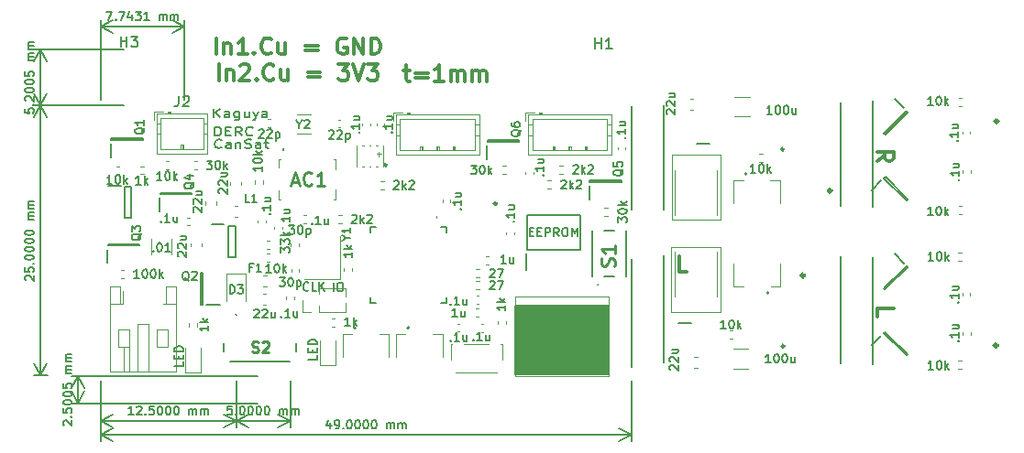
<source format=gbr>
%TF.GenerationSoftware,KiCad,Pcbnew,(6.0.4)*%
%TF.CreationDate,2023-03-27T13:04:32+09:00*%
%TF.ProjectId,kaguya-elec,6b616775-7961-42d6-956c-65632e6b6963,rev?*%
%TF.SameCoordinates,Original*%
%TF.FileFunction,Legend,Top*%
%TF.FilePolarity,Positive*%
%FSLAX46Y46*%
G04 Gerber Fmt 4.6, Leading zero omitted, Abs format (unit mm)*
G04 Created by KiCad (PCBNEW (6.0.4)) date 2023-03-27 13:04:32*
%MOMM*%
%LPD*%
G01*
G04 APERTURE LIST*
%ADD10C,0.150000*%
%ADD11C,0.200000*%
%ADD12C,0.300000*%
%ADD13C,0.250000*%
%ADD14C,0.254000*%
%ADD15C,0.120000*%
%ADD16C,0.201421*%
%ADD17C,0.310000*%
%ADD18C,0.063060*%
%ADD19C,0.218114*%
%ADD20C,0.100000*%
G04 APERTURE END LIST*
D10*
X239410000Y-135860000D02*
X239410000Y-145800000D01*
X236400000Y-135810000D02*
X236400000Y-145750000D01*
X239420000Y-121430000D02*
X239410000Y-131260000D01*
X217080000Y-136080000D02*
X217080000Y-146020000D01*
X220100000Y-135720000D02*
X220100000Y-145660000D01*
X220085000Y-121870000D02*
X220095000Y-131450000D01*
X206400000Y-140400000D02*
X215020000Y-140400000D01*
X215020000Y-140400000D02*
X215020000Y-146690000D01*
X215020000Y-146690000D02*
X206400000Y-146690000D01*
X206400000Y-146690000D02*
X206400000Y-140400000D01*
G36*
X206400000Y-140400000D02*
G01*
X215020000Y-140400000D01*
X215020000Y-146690000D01*
X206400000Y-146690000D01*
X206400000Y-140400000D01*
G37*
X217090000Y-121890000D02*
X217100000Y-131470000D01*
X236420000Y-121610000D02*
X236430000Y-131190000D01*
D11*
X179240476Y-125735714D02*
X179192857Y-125773809D01*
X179050000Y-125811904D01*
X178954761Y-125811904D01*
X178811904Y-125773809D01*
X178716666Y-125697619D01*
X178669047Y-125621428D01*
X178621428Y-125469047D01*
X178621428Y-125354761D01*
X178669047Y-125202380D01*
X178716666Y-125126190D01*
X178811904Y-125050000D01*
X178954761Y-125011904D01*
X179050000Y-125011904D01*
X179192857Y-125050000D01*
X179240476Y-125088095D01*
X180097619Y-125811904D02*
X180097619Y-125392857D01*
X180050000Y-125316666D01*
X179954761Y-125278571D01*
X179764285Y-125278571D01*
X179669047Y-125316666D01*
X180097619Y-125773809D02*
X180002380Y-125811904D01*
X179764285Y-125811904D01*
X179669047Y-125773809D01*
X179621428Y-125697619D01*
X179621428Y-125621428D01*
X179669047Y-125545238D01*
X179764285Y-125507142D01*
X180002380Y-125507142D01*
X180097619Y-125469047D01*
X180573809Y-125278571D02*
X180573809Y-125811904D01*
X180573809Y-125354761D02*
X180621428Y-125316666D01*
X180716666Y-125278571D01*
X180859523Y-125278571D01*
X180954761Y-125316666D01*
X181002380Y-125392857D01*
X181002380Y-125811904D01*
X181430952Y-125773809D02*
X181573809Y-125811904D01*
X181811904Y-125811904D01*
X181907142Y-125773809D01*
X181954761Y-125735714D01*
X182002380Y-125659523D01*
X182002380Y-125583333D01*
X181954761Y-125507142D01*
X181907142Y-125469047D01*
X181811904Y-125430952D01*
X181621428Y-125392857D01*
X181526190Y-125354761D01*
X181478571Y-125316666D01*
X181430952Y-125240476D01*
X181430952Y-125164285D01*
X181478571Y-125088095D01*
X181526190Y-125050000D01*
X181621428Y-125011904D01*
X181859523Y-125011904D01*
X182002380Y-125050000D01*
X182859523Y-125811904D02*
X182859523Y-125392857D01*
X182811904Y-125316666D01*
X182716666Y-125278571D01*
X182526190Y-125278571D01*
X182430952Y-125316666D01*
X182859523Y-125773809D02*
X182764285Y-125811904D01*
X182526190Y-125811904D01*
X182430952Y-125773809D01*
X182383333Y-125697619D01*
X182383333Y-125621428D01*
X182430952Y-125545238D01*
X182526190Y-125507142D01*
X182764285Y-125507142D01*
X182859523Y-125469047D01*
X183192857Y-125278571D02*
X183573809Y-125278571D01*
X183335714Y-125011904D02*
X183335714Y-125697619D01*
X183383333Y-125773809D01*
X183478571Y-125811904D01*
X183573809Y-125811904D01*
D12*
X196071428Y-118628571D02*
X196642857Y-118628571D01*
X196285714Y-118128571D02*
X196285714Y-119414285D01*
X196357142Y-119557142D01*
X196500000Y-119628571D01*
X196642857Y-119628571D01*
X197142857Y-118842857D02*
X198285714Y-118842857D01*
X198285714Y-119271428D02*
X197142857Y-119271428D01*
X199785714Y-119628571D02*
X198928571Y-119628571D01*
X199357142Y-119628571D02*
X199357142Y-118128571D01*
X199214285Y-118342857D01*
X199071428Y-118485714D01*
X198928571Y-118557142D01*
X200428571Y-119628571D02*
X200428571Y-118628571D01*
X200428571Y-118771428D02*
X200500000Y-118700000D01*
X200642857Y-118628571D01*
X200857142Y-118628571D01*
X201000000Y-118700000D01*
X201071428Y-118842857D01*
X201071428Y-119628571D01*
X201071428Y-118842857D02*
X201142857Y-118700000D01*
X201285714Y-118628571D01*
X201500000Y-118628571D01*
X201642857Y-118700000D01*
X201714285Y-118842857D01*
X201714285Y-119628571D01*
X202428571Y-119628571D02*
X202428571Y-118628571D01*
X202428571Y-118771428D02*
X202500000Y-118700000D01*
X202642857Y-118628571D01*
X202857142Y-118628571D01*
X203000000Y-118700000D01*
X203071428Y-118842857D01*
X203071428Y-119628571D01*
X203071428Y-118842857D02*
X203142857Y-118700000D01*
X203285714Y-118628571D01*
X203500000Y-118628571D01*
X203642857Y-118700000D01*
X203714285Y-118842857D01*
X203714285Y-119628571D01*
X239795197Y-127018054D02*
X240509483Y-126518054D01*
X239795197Y-126160911D02*
X241295197Y-126160911D01*
X241295197Y-126732340D01*
X241223769Y-126875197D01*
X241152340Y-126946626D01*
X241009483Y-127018054D01*
X240795197Y-127018054D01*
X240652340Y-126946626D01*
X240580911Y-126875197D01*
X240509483Y-126732340D01*
X240509483Y-126160911D01*
X222214285Y-137268571D02*
X221500000Y-137268571D01*
X221500000Y-135768571D01*
X178764285Y-117121071D02*
X178764285Y-115621071D01*
X179478571Y-116121071D02*
X179478571Y-117121071D01*
X179478571Y-116263928D02*
X179550000Y-116192500D01*
X179692857Y-116121071D01*
X179907142Y-116121071D01*
X180050000Y-116192500D01*
X180121428Y-116335357D01*
X180121428Y-117121071D01*
X181621428Y-117121071D02*
X180764285Y-117121071D01*
X181192857Y-117121071D02*
X181192857Y-115621071D01*
X181050000Y-115835357D01*
X180907142Y-115978214D01*
X180764285Y-116049642D01*
X182264285Y-116978214D02*
X182335714Y-117049642D01*
X182264285Y-117121071D01*
X182192857Y-117049642D01*
X182264285Y-116978214D01*
X182264285Y-117121071D01*
X183835714Y-116978214D02*
X183764285Y-117049642D01*
X183550000Y-117121071D01*
X183407142Y-117121071D01*
X183192857Y-117049642D01*
X183050000Y-116906785D01*
X182978571Y-116763928D01*
X182907142Y-116478214D01*
X182907142Y-116263928D01*
X182978571Y-115978214D01*
X183050000Y-115835357D01*
X183192857Y-115692500D01*
X183407142Y-115621071D01*
X183550000Y-115621071D01*
X183764285Y-115692500D01*
X183835714Y-115763928D01*
X185121428Y-116121071D02*
X185121428Y-117121071D01*
X184478571Y-116121071D02*
X184478571Y-116906785D01*
X184550000Y-117049642D01*
X184692857Y-117121071D01*
X184907142Y-117121071D01*
X185050000Y-117049642D01*
X185121428Y-116978214D01*
X186978571Y-116335357D02*
X188121428Y-116335357D01*
X188121428Y-116763928D02*
X186978571Y-116763928D01*
X190764285Y-115692500D02*
X190621428Y-115621071D01*
X190407142Y-115621071D01*
X190192857Y-115692500D01*
X190050000Y-115835357D01*
X189978571Y-115978214D01*
X189907142Y-116263928D01*
X189907142Y-116478214D01*
X189978571Y-116763928D01*
X190050000Y-116906785D01*
X190192857Y-117049642D01*
X190407142Y-117121071D01*
X190550000Y-117121071D01*
X190764285Y-117049642D01*
X190835714Y-116978214D01*
X190835714Y-116478214D01*
X190550000Y-116478214D01*
X191478571Y-117121071D02*
X191478571Y-115621071D01*
X192335714Y-117121071D01*
X192335714Y-115621071D01*
X193050000Y-117121071D02*
X193050000Y-115621071D01*
X193407142Y-115621071D01*
X193621428Y-115692500D01*
X193764285Y-115835357D01*
X193835714Y-115978214D01*
X193907142Y-116263928D01*
X193907142Y-116478214D01*
X193835714Y-116763928D01*
X193764285Y-116906785D01*
X193621428Y-117049642D01*
X193407142Y-117121071D01*
X193050000Y-117121071D01*
X178978571Y-119536071D02*
X178978571Y-118036071D01*
X179692857Y-118536071D02*
X179692857Y-119536071D01*
X179692857Y-118678928D02*
X179764285Y-118607500D01*
X179907142Y-118536071D01*
X180121428Y-118536071D01*
X180264285Y-118607500D01*
X180335714Y-118750357D01*
X180335714Y-119536071D01*
X180978571Y-118178928D02*
X181050000Y-118107500D01*
X181192857Y-118036071D01*
X181550000Y-118036071D01*
X181692857Y-118107500D01*
X181764285Y-118178928D01*
X181835714Y-118321785D01*
X181835714Y-118464642D01*
X181764285Y-118678928D01*
X180907142Y-119536071D01*
X181835714Y-119536071D01*
X182478571Y-119393214D02*
X182550000Y-119464642D01*
X182478571Y-119536071D01*
X182407142Y-119464642D01*
X182478571Y-119393214D01*
X182478571Y-119536071D01*
X184050000Y-119393214D02*
X183978571Y-119464642D01*
X183764285Y-119536071D01*
X183621428Y-119536071D01*
X183407142Y-119464642D01*
X183264285Y-119321785D01*
X183192857Y-119178928D01*
X183121428Y-118893214D01*
X183121428Y-118678928D01*
X183192857Y-118393214D01*
X183264285Y-118250357D01*
X183407142Y-118107500D01*
X183621428Y-118036071D01*
X183764285Y-118036071D01*
X183978571Y-118107500D01*
X184050000Y-118178928D01*
X185335714Y-118536071D02*
X185335714Y-119536071D01*
X184692857Y-118536071D02*
X184692857Y-119321785D01*
X184764285Y-119464642D01*
X184907142Y-119536071D01*
X185121428Y-119536071D01*
X185264285Y-119464642D01*
X185335714Y-119393214D01*
X187192857Y-118750357D02*
X188335714Y-118750357D01*
X188335714Y-119178928D02*
X187192857Y-119178928D01*
X190050000Y-118036071D02*
X190978571Y-118036071D01*
X190478571Y-118607500D01*
X190692857Y-118607500D01*
X190835714Y-118678928D01*
X190907142Y-118750357D01*
X190978571Y-118893214D01*
X190978571Y-119250357D01*
X190907142Y-119393214D01*
X190835714Y-119464642D01*
X190692857Y-119536071D01*
X190264285Y-119536071D01*
X190121428Y-119464642D01*
X190050000Y-119393214D01*
X191407142Y-118036071D02*
X191907142Y-119536071D01*
X192407142Y-118036071D01*
X192764285Y-118036071D02*
X193692857Y-118036071D01*
X193192857Y-118607500D01*
X193407142Y-118607500D01*
X193550000Y-118678928D01*
X193621428Y-118750357D01*
X193692857Y-118893214D01*
X193692857Y-119250357D01*
X193621428Y-119393214D01*
X193550000Y-119464642D01*
X193407142Y-119536071D01*
X192978571Y-119536071D01*
X192835714Y-119464642D01*
X192764285Y-119393214D01*
X239827048Y-141372879D02*
X239827048Y-140658594D01*
X241327048Y-140658594D01*
D10*
X187273809Y-138935714D02*
X187235714Y-138973809D01*
X187121428Y-139011904D01*
X187045238Y-139011904D01*
X186930952Y-138973809D01*
X186854761Y-138897619D01*
X186816666Y-138821428D01*
X186778571Y-138669047D01*
X186778571Y-138554761D01*
X186816666Y-138402380D01*
X186854761Y-138326190D01*
X186930952Y-138250000D01*
X187045238Y-138211904D01*
X187121428Y-138211904D01*
X187235714Y-138250000D01*
X187273809Y-138288095D01*
X187997619Y-139011904D02*
X187616666Y-139011904D01*
X187616666Y-138211904D01*
X188264285Y-139011904D02*
X188264285Y-138211904D01*
X188721428Y-139011904D02*
X188378571Y-138554761D01*
X188721428Y-138211904D02*
X188264285Y-138669047D01*
X189580952Y-139061904D02*
X189580952Y-138261904D01*
X190114285Y-138261904D02*
X190266666Y-138261904D01*
X190342857Y-138300000D01*
X190419047Y-138376190D01*
X190457142Y-138528571D01*
X190457142Y-138795238D01*
X190419047Y-138947619D01*
X190342857Y-139023809D01*
X190266666Y-139061904D01*
X190114285Y-139061904D01*
X190038095Y-139023809D01*
X189961904Y-138947619D01*
X189923809Y-138795238D01*
X189923809Y-138528571D01*
X189961904Y-138376190D01*
X190038095Y-138300000D01*
X190114285Y-138261904D01*
D11*
X178547619Y-122961904D02*
X178547619Y-122161904D01*
X179119047Y-122961904D02*
X178690476Y-122504761D01*
X179119047Y-122161904D02*
X178547619Y-122619047D01*
X179976190Y-122961904D02*
X179976190Y-122542857D01*
X179928571Y-122466666D01*
X179833333Y-122428571D01*
X179642857Y-122428571D01*
X179547619Y-122466666D01*
X179976190Y-122923809D02*
X179880952Y-122961904D01*
X179642857Y-122961904D01*
X179547619Y-122923809D01*
X179500000Y-122847619D01*
X179500000Y-122771428D01*
X179547619Y-122695238D01*
X179642857Y-122657142D01*
X179880952Y-122657142D01*
X179976190Y-122619047D01*
X180880952Y-122428571D02*
X180880952Y-123076190D01*
X180833333Y-123152380D01*
X180785714Y-123190476D01*
X180690476Y-123228571D01*
X180547619Y-123228571D01*
X180452380Y-123190476D01*
X180880952Y-122923809D02*
X180785714Y-122961904D01*
X180595238Y-122961904D01*
X180500000Y-122923809D01*
X180452380Y-122885714D01*
X180404761Y-122809523D01*
X180404761Y-122580952D01*
X180452380Y-122504761D01*
X180500000Y-122466666D01*
X180595238Y-122428571D01*
X180785714Y-122428571D01*
X180880952Y-122466666D01*
X181785714Y-122428571D02*
X181785714Y-122961904D01*
X181357142Y-122428571D02*
X181357142Y-122847619D01*
X181404761Y-122923809D01*
X181500000Y-122961904D01*
X181642857Y-122961904D01*
X181738095Y-122923809D01*
X181785714Y-122885714D01*
X182166666Y-122428571D02*
X182404761Y-122961904D01*
X182642857Y-122428571D02*
X182404761Y-122961904D01*
X182309523Y-123152380D01*
X182261904Y-123190476D01*
X182166666Y-123228571D01*
X183452380Y-122961904D02*
X183452380Y-122542857D01*
X183404761Y-122466666D01*
X183309523Y-122428571D01*
X183119047Y-122428571D01*
X183023809Y-122466666D01*
X183452380Y-122923809D02*
X183357142Y-122961904D01*
X183119047Y-122961904D01*
X183023809Y-122923809D01*
X182976190Y-122847619D01*
X182976190Y-122771428D01*
X183023809Y-122695238D01*
X183119047Y-122657142D01*
X183357142Y-122657142D01*
X183452380Y-122619047D01*
X178635714Y-124661904D02*
X178635714Y-123861904D01*
X178873809Y-123861904D01*
X179016666Y-123900000D01*
X179111904Y-123976190D01*
X179159523Y-124052380D01*
X179207142Y-124204761D01*
X179207142Y-124319047D01*
X179159523Y-124471428D01*
X179111904Y-124547619D01*
X179016666Y-124623809D01*
X178873809Y-124661904D01*
X178635714Y-124661904D01*
X179635714Y-124242857D02*
X179969047Y-124242857D01*
X180111904Y-124661904D02*
X179635714Y-124661904D01*
X179635714Y-123861904D01*
X180111904Y-123861904D01*
X181111904Y-124661904D02*
X180778571Y-124280952D01*
X180540476Y-124661904D02*
X180540476Y-123861904D01*
X180921428Y-123861904D01*
X181016666Y-123900000D01*
X181064285Y-123938095D01*
X181111904Y-124014285D01*
X181111904Y-124128571D01*
X181064285Y-124204761D01*
X181016666Y-124242857D01*
X180921428Y-124280952D01*
X180540476Y-124280952D01*
X182111904Y-124585714D02*
X182064285Y-124623809D01*
X181921428Y-124661904D01*
X181826190Y-124661904D01*
X181683333Y-124623809D01*
X181588095Y-124547619D01*
X181540476Y-124471428D01*
X181492857Y-124319047D01*
X181492857Y-124204761D01*
X181540476Y-124052380D01*
X181588095Y-123976190D01*
X181683333Y-123900000D01*
X181826190Y-123861904D01*
X181921428Y-123861904D01*
X182064285Y-123900000D01*
X182111904Y-123938095D01*
D10*
X161188095Y-138045238D02*
X161150000Y-138007142D01*
X161111904Y-137930952D01*
X161111904Y-137740476D01*
X161150000Y-137664285D01*
X161188095Y-137626190D01*
X161264285Y-137588095D01*
X161340476Y-137588095D01*
X161454761Y-137626190D01*
X161911904Y-138083333D01*
X161911904Y-137588095D01*
X161111904Y-136864285D02*
X161111904Y-137245238D01*
X161492857Y-137283333D01*
X161454761Y-137245238D01*
X161416666Y-137169047D01*
X161416666Y-136978571D01*
X161454761Y-136902380D01*
X161492857Y-136864285D01*
X161569047Y-136826190D01*
X161759523Y-136826190D01*
X161835714Y-136864285D01*
X161873809Y-136902380D01*
X161911904Y-136978571D01*
X161911904Y-137169047D01*
X161873809Y-137245238D01*
X161835714Y-137283333D01*
X161835714Y-136483333D02*
X161873809Y-136445238D01*
X161911904Y-136483333D01*
X161873809Y-136521428D01*
X161835714Y-136483333D01*
X161911904Y-136483333D01*
X161111904Y-135950000D02*
X161111904Y-135873809D01*
X161150000Y-135797619D01*
X161188095Y-135759523D01*
X161264285Y-135721428D01*
X161416666Y-135683333D01*
X161607142Y-135683333D01*
X161759523Y-135721428D01*
X161835714Y-135759523D01*
X161873809Y-135797619D01*
X161911904Y-135873809D01*
X161911904Y-135950000D01*
X161873809Y-136026190D01*
X161835714Y-136064285D01*
X161759523Y-136102380D01*
X161607142Y-136140476D01*
X161416666Y-136140476D01*
X161264285Y-136102380D01*
X161188095Y-136064285D01*
X161150000Y-136026190D01*
X161111904Y-135950000D01*
X161111904Y-135188095D02*
X161111904Y-135111904D01*
X161150000Y-135035714D01*
X161188095Y-134997619D01*
X161264285Y-134959523D01*
X161416666Y-134921428D01*
X161607142Y-134921428D01*
X161759523Y-134959523D01*
X161835714Y-134997619D01*
X161873809Y-135035714D01*
X161911904Y-135111904D01*
X161911904Y-135188095D01*
X161873809Y-135264285D01*
X161835714Y-135302380D01*
X161759523Y-135340476D01*
X161607142Y-135378571D01*
X161416666Y-135378571D01*
X161264285Y-135340476D01*
X161188095Y-135302380D01*
X161150000Y-135264285D01*
X161111904Y-135188095D01*
X161111904Y-134426190D02*
X161111904Y-134350000D01*
X161150000Y-134273809D01*
X161188095Y-134235714D01*
X161264285Y-134197619D01*
X161416666Y-134159523D01*
X161607142Y-134159523D01*
X161759523Y-134197619D01*
X161835714Y-134235714D01*
X161873809Y-134273809D01*
X161911904Y-134350000D01*
X161911904Y-134426190D01*
X161873809Y-134502380D01*
X161835714Y-134540476D01*
X161759523Y-134578571D01*
X161607142Y-134616666D01*
X161416666Y-134616666D01*
X161264285Y-134578571D01*
X161188095Y-134540476D01*
X161150000Y-134502380D01*
X161111904Y-134426190D01*
X161111904Y-133664285D02*
X161111904Y-133588095D01*
X161150000Y-133511904D01*
X161188095Y-133473809D01*
X161264285Y-133435714D01*
X161416666Y-133397619D01*
X161607142Y-133397619D01*
X161759523Y-133435714D01*
X161835714Y-133473809D01*
X161873809Y-133511904D01*
X161911904Y-133588095D01*
X161911904Y-133664285D01*
X161873809Y-133740476D01*
X161835714Y-133778571D01*
X161759523Y-133816666D01*
X161607142Y-133854761D01*
X161416666Y-133854761D01*
X161264285Y-133816666D01*
X161188095Y-133778571D01*
X161150000Y-133740476D01*
X161111904Y-133664285D01*
X161911904Y-132445238D02*
X161378571Y-132445238D01*
X161454761Y-132445238D02*
X161416666Y-132407142D01*
X161378571Y-132330952D01*
X161378571Y-132216666D01*
X161416666Y-132140476D01*
X161492857Y-132102380D01*
X161911904Y-132102380D01*
X161492857Y-132102380D02*
X161416666Y-132064285D01*
X161378571Y-131988095D01*
X161378571Y-131873809D01*
X161416666Y-131797619D01*
X161492857Y-131759523D01*
X161911904Y-131759523D01*
X161911904Y-131378571D02*
X161378571Y-131378571D01*
X161454761Y-131378571D02*
X161416666Y-131340476D01*
X161378571Y-131264285D01*
X161378571Y-131150000D01*
X161416666Y-131073809D01*
X161492857Y-131035714D01*
X161911904Y-131035714D01*
X161492857Y-131035714D02*
X161416666Y-130997619D01*
X161378571Y-130921428D01*
X161378571Y-130807142D01*
X161416666Y-130730952D01*
X161492857Y-130692857D01*
X161911904Y-130692857D01*
X163200000Y-146850000D02*
X161913580Y-146850000D01*
X163200000Y-121850000D02*
X161913580Y-121850000D01*
X162500000Y-146850000D02*
X162500000Y-121850000D01*
X162500000Y-146850000D02*
X162500000Y-121850000D01*
X162500000Y-146850000D02*
X163086421Y-145723496D01*
X162500000Y-146850000D02*
X161913579Y-145723496D01*
X162500000Y-121850000D02*
X161913579Y-122976504D01*
X162500000Y-121850000D02*
X163086421Y-122976504D01*
X171111904Y-150461904D02*
X170654761Y-150461904D01*
X170883333Y-150461904D02*
X170883333Y-149661904D01*
X170807142Y-149776190D01*
X170730952Y-149852380D01*
X170654761Y-149890476D01*
X171416666Y-149738095D02*
X171454761Y-149700000D01*
X171530952Y-149661904D01*
X171721428Y-149661904D01*
X171797619Y-149700000D01*
X171835714Y-149738095D01*
X171873809Y-149814285D01*
X171873809Y-149890476D01*
X171835714Y-150004761D01*
X171378571Y-150461904D01*
X171873809Y-150461904D01*
X172216666Y-150385714D02*
X172254761Y-150423809D01*
X172216666Y-150461904D01*
X172178571Y-150423809D01*
X172216666Y-150385714D01*
X172216666Y-150461904D01*
X172978571Y-149661904D02*
X172597619Y-149661904D01*
X172559523Y-150042857D01*
X172597619Y-150004761D01*
X172673809Y-149966666D01*
X172864285Y-149966666D01*
X172940476Y-150004761D01*
X172978571Y-150042857D01*
X173016666Y-150119047D01*
X173016666Y-150309523D01*
X172978571Y-150385714D01*
X172940476Y-150423809D01*
X172864285Y-150461904D01*
X172673809Y-150461904D01*
X172597619Y-150423809D01*
X172559523Y-150385714D01*
X173511904Y-149661904D02*
X173588095Y-149661904D01*
X173664285Y-149700000D01*
X173702380Y-149738095D01*
X173740476Y-149814285D01*
X173778571Y-149966666D01*
X173778571Y-150157142D01*
X173740476Y-150309523D01*
X173702380Y-150385714D01*
X173664285Y-150423809D01*
X173588095Y-150461904D01*
X173511904Y-150461904D01*
X173435714Y-150423809D01*
X173397619Y-150385714D01*
X173359523Y-150309523D01*
X173321428Y-150157142D01*
X173321428Y-149966666D01*
X173359523Y-149814285D01*
X173397619Y-149738095D01*
X173435714Y-149700000D01*
X173511904Y-149661904D01*
X174273809Y-149661904D02*
X174350000Y-149661904D01*
X174426190Y-149700000D01*
X174464285Y-149738095D01*
X174502380Y-149814285D01*
X174540476Y-149966666D01*
X174540476Y-150157142D01*
X174502380Y-150309523D01*
X174464285Y-150385714D01*
X174426190Y-150423809D01*
X174350000Y-150461904D01*
X174273809Y-150461904D01*
X174197619Y-150423809D01*
X174159523Y-150385714D01*
X174121428Y-150309523D01*
X174083333Y-150157142D01*
X174083333Y-149966666D01*
X174121428Y-149814285D01*
X174159523Y-149738095D01*
X174197619Y-149700000D01*
X174273809Y-149661904D01*
X175035714Y-149661904D02*
X175111904Y-149661904D01*
X175188095Y-149700000D01*
X175226190Y-149738095D01*
X175264285Y-149814285D01*
X175302380Y-149966666D01*
X175302380Y-150157142D01*
X175264285Y-150309523D01*
X175226190Y-150385714D01*
X175188095Y-150423809D01*
X175111904Y-150461904D01*
X175035714Y-150461904D01*
X174959523Y-150423809D01*
X174921428Y-150385714D01*
X174883333Y-150309523D01*
X174845238Y-150157142D01*
X174845238Y-149966666D01*
X174883333Y-149814285D01*
X174921428Y-149738095D01*
X174959523Y-149700000D01*
X175035714Y-149661904D01*
X176254761Y-150461904D02*
X176254761Y-149928571D01*
X176254761Y-150004761D02*
X176292857Y-149966666D01*
X176369047Y-149928571D01*
X176483333Y-149928571D01*
X176559523Y-149966666D01*
X176597619Y-150042857D01*
X176597619Y-150461904D01*
X176597619Y-150042857D02*
X176635714Y-149966666D01*
X176711904Y-149928571D01*
X176826190Y-149928571D01*
X176902380Y-149966666D01*
X176940476Y-150042857D01*
X176940476Y-150461904D01*
X177321428Y-150461904D02*
X177321428Y-149928571D01*
X177321428Y-150004761D02*
X177359523Y-149966666D01*
X177435714Y-149928571D01*
X177550000Y-149928571D01*
X177626190Y-149966666D01*
X177664285Y-150042857D01*
X177664285Y-150461904D01*
X177664285Y-150042857D02*
X177702380Y-149966666D01*
X177778571Y-149928571D01*
X177892857Y-149928571D01*
X177969047Y-149966666D01*
X178007142Y-150042857D01*
X178007142Y-150461904D01*
X168100000Y-147350000D02*
X168100000Y-151636420D01*
X180600000Y-147350000D02*
X180600000Y-151636420D01*
X168100000Y-151050000D02*
X180600000Y-151050000D01*
X168100000Y-151050000D02*
X180600000Y-151050000D01*
X168100000Y-151050000D02*
X169226504Y-151636421D01*
X168100000Y-151050000D02*
X169226504Y-150463579D01*
X180600000Y-151050000D02*
X179473496Y-150463579D01*
X180600000Y-151050000D02*
X179473496Y-151636421D01*
X161111906Y-122144997D02*
X161111906Y-122525949D01*
X161492859Y-122564044D01*
X161454763Y-122525949D01*
X161416668Y-122449759D01*
X161416668Y-122259282D01*
X161454763Y-122183092D01*
X161492859Y-122144997D01*
X161569049Y-122106901D01*
X161759525Y-122106901D01*
X161835716Y-122144997D01*
X161873811Y-122183092D01*
X161911906Y-122259282D01*
X161911906Y-122449759D01*
X161873811Y-122525949D01*
X161835716Y-122564044D01*
X161835716Y-121764044D02*
X161873811Y-121725949D01*
X161911906Y-121764044D01*
X161873811Y-121802139D01*
X161835716Y-121764044D01*
X161911906Y-121764044D01*
X161188097Y-121421187D02*
X161150002Y-121383092D01*
X161111906Y-121306901D01*
X161111906Y-121116425D01*
X161150002Y-121040235D01*
X161188097Y-121002139D01*
X161264287Y-120964044D01*
X161340478Y-120964044D01*
X161454763Y-121002139D01*
X161911906Y-121459282D01*
X161911906Y-120964044D01*
X161111906Y-120468806D02*
X161111906Y-120392616D01*
X161150002Y-120316425D01*
X161188097Y-120278330D01*
X161264287Y-120240235D01*
X161416668Y-120202139D01*
X161607144Y-120202139D01*
X161759525Y-120240235D01*
X161835716Y-120278330D01*
X161873811Y-120316425D01*
X161911906Y-120392616D01*
X161911906Y-120468806D01*
X161873811Y-120544997D01*
X161835716Y-120583092D01*
X161759525Y-120621187D01*
X161607144Y-120659282D01*
X161416668Y-120659282D01*
X161264287Y-120621187D01*
X161188097Y-120583092D01*
X161150002Y-120544997D01*
X161111906Y-120468806D01*
X161111906Y-119706901D02*
X161111906Y-119630711D01*
X161150002Y-119554520D01*
X161188097Y-119516425D01*
X161264287Y-119478330D01*
X161416668Y-119440235D01*
X161607144Y-119440235D01*
X161759525Y-119478330D01*
X161835716Y-119516425D01*
X161873811Y-119554520D01*
X161911906Y-119630711D01*
X161911906Y-119706901D01*
X161873811Y-119783092D01*
X161835716Y-119821187D01*
X161759525Y-119859282D01*
X161607144Y-119897378D01*
X161416668Y-119897378D01*
X161264287Y-119859282D01*
X161188097Y-119821187D01*
X161150002Y-119783092D01*
X161111906Y-119706901D01*
X161111906Y-118716425D02*
X161111906Y-119097378D01*
X161492859Y-119135473D01*
X161454763Y-119097378D01*
X161416668Y-119021187D01*
X161416668Y-118830711D01*
X161454763Y-118754520D01*
X161492859Y-118716425D01*
X161569049Y-118678330D01*
X161759525Y-118678330D01*
X161835716Y-118716425D01*
X161873811Y-118754520D01*
X161911906Y-118830711D01*
X161911906Y-119021187D01*
X161873811Y-119097378D01*
X161835716Y-119135473D01*
X161911906Y-117725949D02*
X161378573Y-117725949D01*
X161454763Y-117725949D02*
X161416668Y-117687854D01*
X161378573Y-117611663D01*
X161378573Y-117497378D01*
X161416668Y-117421187D01*
X161492859Y-117383092D01*
X161911906Y-117383092D01*
X161492859Y-117383092D02*
X161416668Y-117344997D01*
X161378573Y-117268806D01*
X161378573Y-117154520D01*
X161416668Y-117078330D01*
X161492859Y-117040235D01*
X161911906Y-117040235D01*
X161911906Y-116659282D02*
X161378573Y-116659282D01*
X161454763Y-116659282D02*
X161416668Y-116621187D01*
X161378573Y-116544997D01*
X161378573Y-116430711D01*
X161416668Y-116354520D01*
X161492859Y-116316425D01*
X161911906Y-116316425D01*
X161492859Y-116316425D02*
X161416668Y-116278330D01*
X161378573Y-116202139D01*
X161378573Y-116087854D01*
X161416668Y-116011663D01*
X161492859Y-115973568D01*
X161911906Y-115973568D01*
X170200001Y-116649520D02*
X161913582Y-116649518D01*
X170200000Y-121850000D02*
X161913581Y-121849998D01*
X162500002Y-116649519D02*
X162500001Y-121849999D01*
X162500002Y-116649519D02*
X162500001Y-121849999D01*
X162500002Y-116649519D02*
X161913581Y-117776023D01*
X162500002Y-116649519D02*
X163086423Y-117776023D01*
X162500001Y-121849999D02*
X163086422Y-120723495D01*
X162500001Y-121849999D02*
X161913580Y-120723495D01*
X189285714Y-151228571D02*
X189285714Y-151761904D01*
X189095238Y-150923809D02*
X188904761Y-151495238D01*
X189400000Y-151495238D01*
X189742857Y-151761904D02*
X189895238Y-151761904D01*
X189971428Y-151723809D01*
X190009523Y-151685714D01*
X190085714Y-151571428D01*
X190123809Y-151419047D01*
X190123809Y-151114285D01*
X190085714Y-151038095D01*
X190047619Y-151000000D01*
X189971428Y-150961904D01*
X189819047Y-150961904D01*
X189742857Y-151000000D01*
X189704761Y-151038095D01*
X189666666Y-151114285D01*
X189666666Y-151304761D01*
X189704761Y-151380952D01*
X189742857Y-151419047D01*
X189819047Y-151457142D01*
X189971428Y-151457142D01*
X190047619Y-151419047D01*
X190085714Y-151380952D01*
X190123809Y-151304761D01*
X190466666Y-151685714D02*
X190504761Y-151723809D01*
X190466666Y-151761904D01*
X190428571Y-151723809D01*
X190466666Y-151685714D01*
X190466666Y-151761904D01*
X191000000Y-150961904D02*
X191076190Y-150961904D01*
X191152380Y-151000000D01*
X191190476Y-151038095D01*
X191228571Y-151114285D01*
X191266666Y-151266666D01*
X191266666Y-151457142D01*
X191228571Y-151609523D01*
X191190476Y-151685714D01*
X191152380Y-151723809D01*
X191076190Y-151761904D01*
X191000000Y-151761904D01*
X190923809Y-151723809D01*
X190885714Y-151685714D01*
X190847619Y-151609523D01*
X190809523Y-151457142D01*
X190809523Y-151266666D01*
X190847619Y-151114285D01*
X190885714Y-151038095D01*
X190923809Y-151000000D01*
X191000000Y-150961904D01*
X191761904Y-150961904D02*
X191838095Y-150961904D01*
X191914285Y-151000000D01*
X191952380Y-151038095D01*
X191990476Y-151114285D01*
X192028571Y-151266666D01*
X192028571Y-151457142D01*
X191990476Y-151609523D01*
X191952380Y-151685714D01*
X191914285Y-151723809D01*
X191838095Y-151761904D01*
X191761904Y-151761904D01*
X191685714Y-151723809D01*
X191647619Y-151685714D01*
X191609523Y-151609523D01*
X191571428Y-151457142D01*
X191571428Y-151266666D01*
X191609523Y-151114285D01*
X191647619Y-151038095D01*
X191685714Y-151000000D01*
X191761904Y-150961904D01*
X192523809Y-150961904D02*
X192600000Y-150961904D01*
X192676190Y-151000000D01*
X192714285Y-151038095D01*
X192752380Y-151114285D01*
X192790476Y-151266666D01*
X192790476Y-151457142D01*
X192752380Y-151609523D01*
X192714285Y-151685714D01*
X192676190Y-151723809D01*
X192600000Y-151761904D01*
X192523809Y-151761904D01*
X192447619Y-151723809D01*
X192409523Y-151685714D01*
X192371428Y-151609523D01*
X192333333Y-151457142D01*
X192333333Y-151266666D01*
X192371428Y-151114285D01*
X192409523Y-151038095D01*
X192447619Y-151000000D01*
X192523809Y-150961904D01*
X193285714Y-150961904D02*
X193361904Y-150961904D01*
X193438095Y-151000000D01*
X193476190Y-151038095D01*
X193514285Y-151114285D01*
X193552380Y-151266666D01*
X193552380Y-151457142D01*
X193514285Y-151609523D01*
X193476190Y-151685714D01*
X193438095Y-151723809D01*
X193361904Y-151761904D01*
X193285714Y-151761904D01*
X193209523Y-151723809D01*
X193171428Y-151685714D01*
X193133333Y-151609523D01*
X193095238Y-151457142D01*
X193095238Y-151266666D01*
X193133333Y-151114285D01*
X193171428Y-151038095D01*
X193209523Y-151000000D01*
X193285714Y-150961904D01*
X194504761Y-151761904D02*
X194504761Y-151228571D01*
X194504761Y-151304761D02*
X194542857Y-151266666D01*
X194619047Y-151228571D01*
X194733333Y-151228571D01*
X194809523Y-151266666D01*
X194847619Y-151342857D01*
X194847619Y-151761904D01*
X194847619Y-151342857D02*
X194885714Y-151266666D01*
X194961904Y-151228571D01*
X195076190Y-151228571D01*
X195152380Y-151266666D01*
X195190476Y-151342857D01*
X195190476Y-151761904D01*
X195571428Y-151761904D02*
X195571428Y-151228571D01*
X195571428Y-151304761D02*
X195609523Y-151266666D01*
X195685714Y-151228571D01*
X195800000Y-151228571D01*
X195876190Y-151266666D01*
X195914285Y-151342857D01*
X195914285Y-151761904D01*
X195914285Y-151342857D02*
X195952380Y-151266666D01*
X196028571Y-151228571D01*
X196142857Y-151228571D01*
X196219047Y-151266666D01*
X196257142Y-151342857D01*
X196257142Y-151761904D01*
X168100000Y-147350000D02*
X168100000Y-152936420D01*
X217100000Y-147350000D02*
X217100000Y-152936420D01*
X168100000Y-152350000D02*
X217100000Y-152350000D01*
X168100000Y-152350000D02*
X217100000Y-152350000D01*
X168100000Y-152350000D02*
X169226504Y-152936421D01*
X168100000Y-152350000D02*
X169226504Y-151763579D01*
X217100000Y-152350000D02*
X215973496Y-151763579D01*
X217100000Y-152350000D02*
X215973496Y-152936421D01*
X168619328Y-113161807D02*
X169152662Y-113161816D01*
X168809790Y-113961810D01*
X169457411Y-113885631D02*
X169495505Y-113923727D01*
X169457409Y-113961822D01*
X169419315Y-113923726D01*
X169457411Y-113885631D01*
X169457409Y-113961822D01*
X169762186Y-113161827D02*
X170295519Y-113161837D01*
X169952647Y-113961831D01*
X170943133Y-113428515D02*
X170943124Y-113961849D01*
X170752662Y-113123750D02*
X170562176Y-113695175D01*
X171057414Y-113695184D01*
X171285995Y-113161855D02*
X171781233Y-113161864D01*
X171514561Y-113466621D01*
X171628847Y-113466623D01*
X171705037Y-113504720D01*
X171743131Y-113542816D01*
X171781225Y-113619007D01*
X171781222Y-113809483D01*
X171743125Y-113885673D01*
X171705029Y-113923767D01*
X171628838Y-113961861D01*
X171400266Y-113961857D01*
X171324077Y-113923760D01*
X171285982Y-113885664D01*
X172543124Y-113961878D02*
X172085981Y-113961869D01*
X172314552Y-113961873D02*
X172314567Y-113161873D01*
X172238374Y-113276158D01*
X172162182Y-113352347D01*
X172085991Y-113390441D01*
X173495504Y-113961895D02*
X173495514Y-113428561D01*
X173495513Y-113504752D02*
X173533609Y-113466657D01*
X173609800Y-113428564D01*
X173724086Y-113428566D01*
X173800275Y-113466662D01*
X173838369Y-113542853D01*
X173838362Y-113961901D01*
X173838369Y-113542853D02*
X173876466Y-113466664D01*
X173952657Y-113428570D01*
X174066943Y-113428572D01*
X174143132Y-113466668D01*
X174181226Y-113542860D01*
X174181219Y-113961907D01*
X174562171Y-113961914D02*
X174562181Y-113428581D01*
X174562179Y-113504771D02*
X174600275Y-113466677D01*
X174676467Y-113428583D01*
X174790752Y-113428585D01*
X174866942Y-113466682D01*
X174905036Y-113542873D01*
X174905028Y-113961920D01*
X174905036Y-113542873D02*
X174943132Y-113466683D01*
X175019324Y-113428589D01*
X175133609Y-113428591D01*
X175209799Y-113466688D01*
X175247893Y-113542879D01*
X175247885Y-113961926D01*
X168100009Y-121350000D02*
X168100144Y-113963473D01*
X175843113Y-121350141D02*
X175843248Y-113963614D01*
X168100133Y-114549893D02*
X175843237Y-114550034D01*
X168100133Y-114549893D02*
X175843237Y-114550034D01*
X168100133Y-114549893D02*
X169226626Y-115136334D01*
X168100133Y-114549893D02*
X169226647Y-113963493D01*
X175843237Y-114550034D02*
X174716744Y-113963593D01*
X175843237Y-114550034D02*
X174716723Y-115136434D01*
X164687318Y-151461799D02*
X164649230Y-151423696D01*
X164611151Y-151347498D01*
X164611189Y-151157022D01*
X164649300Y-151080839D01*
X164687403Y-151042752D01*
X164763601Y-151004672D01*
X164839792Y-151004688D01*
X164954070Y-151042806D01*
X165411120Y-151500042D01*
X165411221Y-151004804D01*
X165335100Y-150661931D02*
X165373203Y-150623844D01*
X165411290Y-150661947D01*
X165373187Y-150700034D01*
X165335100Y-150661931D01*
X165411290Y-150661947D01*
X164611446Y-149899879D02*
X164611368Y-150280831D01*
X164992313Y-150319004D01*
X164954225Y-150280901D01*
X164916146Y-150204703D01*
X164916184Y-150014227D01*
X164954295Y-149938044D01*
X164992398Y-149899957D01*
X165068596Y-149861877D01*
X165259073Y-149861916D01*
X165335255Y-149900027D01*
X165373343Y-149938130D01*
X165411423Y-150014328D01*
X165411384Y-150204804D01*
X165373273Y-150280987D01*
X165335170Y-150319074D01*
X164611555Y-149366546D02*
X164611570Y-149290355D01*
X164649681Y-149214173D01*
X164687784Y-149176085D01*
X164763982Y-149138005D01*
X164916371Y-149099941D01*
X165106847Y-149099980D01*
X165259220Y-149138106D01*
X165335403Y-149176217D01*
X165373490Y-149214320D01*
X165411570Y-149290518D01*
X165411555Y-149366709D01*
X165373444Y-149442892D01*
X165335341Y-149480979D01*
X165259143Y-149519059D01*
X165106754Y-149557123D01*
X164916278Y-149557084D01*
X164763905Y-149518958D01*
X164687722Y-149480847D01*
X164649634Y-149442744D01*
X164611555Y-149366546D01*
X164611710Y-148604641D02*
X164611726Y-148528451D01*
X164649836Y-148452268D01*
X164687939Y-148414180D01*
X164764138Y-148376101D01*
X164916526Y-148338036D01*
X165107003Y-148338075D01*
X165259376Y-148376202D01*
X165335558Y-148414312D01*
X165373646Y-148452415D01*
X165411726Y-148528614D01*
X165411710Y-148604804D01*
X165373599Y-148680987D01*
X165335496Y-148719074D01*
X165259298Y-148757154D01*
X165106909Y-148795218D01*
X164916433Y-148795179D01*
X164764060Y-148757053D01*
X164687877Y-148718942D01*
X164649790Y-148680839D01*
X164611710Y-148604641D01*
X164611912Y-147614165D02*
X164611834Y-147995117D01*
X164992779Y-148033290D01*
X164954691Y-147995187D01*
X164916612Y-147918989D01*
X164916651Y-147728513D01*
X164954761Y-147652330D01*
X164992864Y-147614243D01*
X165069063Y-147576163D01*
X165259539Y-147576202D01*
X165335722Y-147614312D01*
X165373809Y-147652415D01*
X165411889Y-147728614D01*
X165411850Y-147919090D01*
X165373739Y-147995273D01*
X165335636Y-148033360D01*
X165412114Y-146623852D02*
X164878781Y-146623743D01*
X164954971Y-146623759D02*
X164916884Y-146585656D01*
X164878804Y-146509457D01*
X164878827Y-146395172D01*
X164916938Y-146318989D01*
X164993136Y-146280909D01*
X165412184Y-146280995D01*
X164993136Y-146280909D02*
X164916954Y-146242798D01*
X164878874Y-146166600D01*
X164878897Y-146052314D01*
X164917008Y-145976132D01*
X164993206Y-145938052D01*
X165412254Y-145938138D01*
X165412332Y-145557185D02*
X164878998Y-145557076D01*
X164955189Y-145557092D02*
X164917101Y-145518989D01*
X164879022Y-145442791D01*
X164879045Y-145328505D01*
X164917156Y-145252322D01*
X164993354Y-145214243D01*
X165412402Y-145214328D01*
X164993354Y-145214243D02*
X164917171Y-145176132D01*
X164879092Y-145099934D01*
X164879115Y-144985648D01*
X164917226Y-144909465D01*
X164993424Y-144871385D01*
X165412471Y-144871471D01*
X182599468Y-149401417D02*
X165413224Y-149397912D01*
X182599978Y-146900918D02*
X165413734Y-146897413D01*
X165999644Y-149398031D02*
X166000154Y-146897532D01*
X165999644Y-149398031D02*
X166000154Y-146897532D01*
X165999644Y-149398031D02*
X166586294Y-148271647D01*
X165999644Y-149398031D02*
X165413453Y-148271408D01*
X166000154Y-146897532D02*
X165413504Y-148023916D01*
X166000154Y-146897532D02*
X166586345Y-148024155D01*
X180204176Y-149660640D02*
X179823223Y-149660562D01*
X179785051Y-150041507D01*
X179823154Y-150003419D01*
X179899352Y-149965339D01*
X180089828Y-149965378D01*
X180166011Y-150003489D01*
X180204098Y-150041592D01*
X180242178Y-150117790D01*
X180242139Y-150308266D01*
X180204028Y-150384449D01*
X180165925Y-150422537D01*
X180089727Y-150460616D01*
X179899251Y-150460577D01*
X179823068Y-150422467D01*
X179784981Y-150384364D01*
X180584981Y-150384527D02*
X180623068Y-150422630D01*
X180584965Y-150460717D01*
X180546878Y-150422614D01*
X180584981Y-150384527D01*
X180584965Y-150460717D01*
X181118462Y-149660826D02*
X181194652Y-149660842D01*
X181270835Y-149698952D01*
X181308922Y-149737055D01*
X181347002Y-149813254D01*
X181385066Y-149965642D01*
X181385027Y-150156119D01*
X181346901Y-150308492D01*
X181308790Y-150384675D01*
X181270687Y-150422762D01*
X181194489Y-150460842D01*
X181118298Y-150460826D01*
X181042116Y-150422715D01*
X181004028Y-150384612D01*
X180965948Y-150308414D01*
X180927884Y-150156025D01*
X180927923Y-149965549D01*
X180966049Y-149813176D01*
X181004160Y-149736993D01*
X181042263Y-149698906D01*
X181118462Y-149660826D01*
X181880366Y-149660982D02*
X181956557Y-149660997D01*
X182032739Y-149699108D01*
X182070827Y-149737211D01*
X182108907Y-149813409D01*
X182146971Y-149965798D01*
X182146932Y-150156274D01*
X182108806Y-150308647D01*
X182070695Y-150384830D01*
X182032592Y-150422917D01*
X181956394Y-150460997D01*
X181880203Y-150460982D01*
X181804020Y-150422871D01*
X181765933Y-150384768D01*
X181727853Y-150308570D01*
X181689789Y-150156181D01*
X181689828Y-149965705D01*
X181727954Y-149813331D01*
X181766065Y-149737149D01*
X181804168Y-149699061D01*
X181880366Y-149660982D01*
X182642271Y-149661137D02*
X182718461Y-149661153D01*
X182794644Y-149699263D01*
X182832732Y-149737366D01*
X182870811Y-149813565D01*
X182908876Y-149965953D01*
X182908837Y-150156429D01*
X182870710Y-150308803D01*
X182832600Y-150384985D01*
X182794497Y-150423073D01*
X182718298Y-150461153D01*
X182642108Y-150461137D01*
X182565925Y-150423026D01*
X182527838Y-150384923D01*
X182489758Y-150308725D01*
X182451694Y-150156336D01*
X182451733Y-149965860D01*
X182489859Y-149813487D01*
X182527970Y-149737304D01*
X182566073Y-149699217D01*
X182642271Y-149661137D01*
X183404176Y-149661292D02*
X183480366Y-149661308D01*
X183556549Y-149699419D01*
X183594636Y-149737522D01*
X183632716Y-149813720D01*
X183670780Y-149966109D01*
X183670741Y-150156585D01*
X183632615Y-150308958D01*
X183594504Y-150385141D01*
X183556401Y-150423228D01*
X183480203Y-150461308D01*
X183404013Y-150461292D01*
X183327830Y-150423182D01*
X183289742Y-150385079D01*
X183251663Y-150308880D01*
X183213599Y-150156492D01*
X183213637Y-149966015D01*
X183251764Y-149813642D01*
X183289875Y-149737460D01*
X183327978Y-149699372D01*
X183404176Y-149661292D01*
X184623060Y-150461541D02*
X184623169Y-149928208D01*
X184623153Y-150004398D02*
X184661256Y-149966311D01*
X184737455Y-149928231D01*
X184851740Y-149928254D01*
X184927923Y-149966365D01*
X184966003Y-150042563D01*
X184965917Y-150461611D01*
X184966003Y-150042563D02*
X185004114Y-149966381D01*
X185080312Y-149928301D01*
X185194598Y-149928324D01*
X185270780Y-149966435D01*
X185308860Y-150042633D01*
X185308774Y-150461681D01*
X185689727Y-150461759D02*
X185689836Y-149928425D01*
X185689820Y-150004616D02*
X185727923Y-149966528D01*
X185804121Y-149928449D01*
X185918407Y-149928472D01*
X185994590Y-149966583D01*
X186032669Y-150042781D01*
X186032584Y-150461829D01*
X186032669Y-150042781D02*
X186070780Y-149966598D01*
X186146978Y-149928519D01*
X186261264Y-149928542D01*
X186337447Y-149966653D01*
X186375527Y-150042851D01*
X186375441Y-150461899D01*
X180599898Y-147350000D02*
X180599024Y-151635236D01*
X185599875Y-147351020D02*
X185599001Y-151636256D01*
X180599143Y-151048816D02*
X185599120Y-151049836D01*
X180599143Y-151048816D02*
X185599120Y-151049836D01*
X180599143Y-151048816D02*
X181725527Y-151635467D01*
X180599143Y-151048816D02*
X181725766Y-150462625D01*
X185599120Y-151049836D02*
X184472736Y-150463185D01*
X185599120Y-151049836D02*
X184472497Y-151636027D01*
%TO.C,Y1*%
X190780952Y-134130952D02*
X191161904Y-134130952D01*
X190361904Y-134397619D02*
X190780952Y-134130952D01*
X190361904Y-133864285D01*
X191161904Y-133178571D02*
X191161904Y-133635714D01*
X191161904Y-133407142D02*
X190361904Y-133407142D01*
X190476190Y-133483333D01*
X190552380Y-133559523D01*
X190590476Y-133635714D01*
%TO.C,R15*%
X210616666Y-128838095D02*
X210654761Y-128800000D01*
X210730952Y-128761904D01*
X210921428Y-128761904D01*
X210997619Y-128800000D01*
X211035714Y-128838095D01*
X211073809Y-128914285D01*
X211073809Y-128990476D01*
X211035714Y-129104761D01*
X210578571Y-129561904D01*
X211073809Y-129561904D01*
X211416666Y-129561904D02*
X211416666Y-128761904D01*
X211492857Y-129257142D02*
X211721428Y-129561904D01*
X211721428Y-129028571D02*
X211416666Y-129333333D01*
X212026190Y-128838095D02*
X212064285Y-128800000D01*
X212140476Y-128761904D01*
X212330952Y-128761904D01*
X212407142Y-128800000D01*
X212445238Y-128838095D01*
X212483333Y-128914285D01*
X212483333Y-128990476D01*
X212445238Y-129104761D01*
X211988095Y-129561904D01*
X212483333Y-129561904D01*
%TO.C,Y2*%
X186419047Y-123580952D02*
X186419047Y-123961904D01*
X186152380Y-123161904D02*
X186419047Y-123580952D01*
X186685714Y-123161904D01*
X186914285Y-123238095D02*
X186952380Y-123200000D01*
X187028571Y-123161904D01*
X187219047Y-123161904D01*
X187295238Y-123200000D01*
X187333333Y-123238095D01*
X187371428Y-123314285D01*
X187371428Y-123390476D01*
X187333333Y-123504761D01*
X186876190Y-123961904D01*
X187371428Y-123961904D01*
%TO.C,C34*%
X220413095Y-122670948D02*
X220375000Y-122632853D01*
X220336904Y-122556662D01*
X220336904Y-122366186D01*
X220375000Y-122289996D01*
X220413095Y-122251900D01*
X220489285Y-122213805D01*
X220565476Y-122213805D01*
X220679761Y-122251900D01*
X221136904Y-122709043D01*
X221136904Y-122213805D01*
X220413095Y-121909043D02*
X220375000Y-121870948D01*
X220336904Y-121794758D01*
X220336904Y-121604281D01*
X220375000Y-121528091D01*
X220413095Y-121489996D01*
X220489285Y-121451900D01*
X220565476Y-121451900D01*
X220679761Y-121489996D01*
X221136904Y-121947139D01*
X221136904Y-121451900D01*
X220603571Y-120766186D02*
X221136904Y-120766186D01*
X220603571Y-121109043D02*
X221022619Y-121109043D01*
X221098809Y-121070948D01*
X221136904Y-120994758D01*
X221136904Y-120880472D01*
X221098809Y-120804281D01*
X221060714Y-120766186D01*
%TO.C,R14*%
X182961904Y-127476190D02*
X182961904Y-127933333D01*
X182961904Y-127704761D02*
X182161904Y-127704761D01*
X182276190Y-127780952D01*
X182352380Y-127857142D01*
X182390476Y-127933333D01*
X182161904Y-126980952D02*
X182161904Y-126904761D01*
X182200000Y-126828571D01*
X182238095Y-126790476D01*
X182314285Y-126752380D01*
X182466666Y-126714285D01*
X182657142Y-126714285D01*
X182809523Y-126752380D01*
X182885714Y-126790476D01*
X182923809Y-126828571D01*
X182961904Y-126904761D01*
X182961904Y-126980952D01*
X182923809Y-127057142D01*
X182885714Y-127095238D01*
X182809523Y-127133333D01*
X182657142Y-127171428D01*
X182466666Y-127171428D01*
X182314285Y-127133333D01*
X182238095Y-127095238D01*
X182200000Y-127057142D01*
X182161904Y-126980952D01*
X182961904Y-126371428D02*
X182161904Y-126371428D01*
X182657142Y-126295238D02*
X182961904Y-126066666D01*
X182428571Y-126066666D02*
X182733333Y-126371428D01*
%TO.C,J2*%
X175266666Y-120952380D02*
X175266666Y-121666666D01*
X175219047Y-121809523D01*
X175123809Y-121904761D01*
X174980952Y-121952380D01*
X174885714Y-121952380D01*
X175695238Y-121047619D02*
X175742857Y-121000000D01*
X175838095Y-120952380D01*
X176076190Y-120952380D01*
X176171428Y-121000000D01*
X176219047Y-121047619D01*
X176266666Y-121142857D01*
X176266666Y-121238095D01*
X176219047Y-121380952D01*
X175647619Y-121952380D01*
X176266666Y-121952380D01*
%TO.C,R26*%
X225823809Y-142501904D02*
X225366666Y-142501904D01*
X225595238Y-142501904D02*
X225595238Y-141701904D01*
X225519047Y-141816190D01*
X225442857Y-141892380D01*
X225366666Y-141930476D01*
X226319047Y-141701904D02*
X226395238Y-141701904D01*
X226471428Y-141740000D01*
X226509523Y-141778095D01*
X226547619Y-141854285D01*
X226585714Y-142006666D01*
X226585714Y-142197142D01*
X226547619Y-142349523D01*
X226509523Y-142425714D01*
X226471428Y-142463809D01*
X226395238Y-142501904D01*
X226319047Y-142501904D01*
X226242857Y-142463809D01*
X226204761Y-142425714D01*
X226166666Y-142349523D01*
X226128571Y-142197142D01*
X226128571Y-142006666D01*
X226166666Y-141854285D01*
X226204761Y-141778095D01*
X226242857Y-141740000D01*
X226319047Y-141701904D01*
X226928571Y-142501904D02*
X226928571Y-141701904D01*
X227004761Y-142197142D02*
X227233333Y-142501904D01*
X227233333Y-141968571D02*
X226928571Y-142273333D01*
D11*
%TO.C,Q2*%
X176223809Y-138088095D02*
X176147619Y-138050000D01*
X176071428Y-137973809D01*
X175957142Y-137859523D01*
X175880952Y-137821428D01*
X175804761Y-137821428D01*
X175842857Y-138011904D02*
X175766666Y-137973809D01*
X175690476Y-137897619D01*
X175652380Y-137745238D01*
X175652380Y-137478571D01*
X175690476Y-137326190D01*
X175766666Y-137250000D01*
X175842857Y-137211904D01*
X175995238Y-137211904D01*
X176071428Y-137250000D01*
X176147619Y-137326190D01*
X176185714Y-137478571D01*
X176185714Y-137745238D01*
X176147619Y-137897619D01*
X176071428Y-137973809D01*
X175995238Y-138011904D01*
X175842857Y-138011904D01*
X176490476Y-137288095D02*
X176528571Y-137250000D01*
X176604761Y-137211904D01*
X176795238Y-137211904D01*
X176871428Y-137250000D01*
X176909523Y-137288095D01*
X176947619Y-137364285D01*
X176947619Y-137440476D01*
X176909523Y-137554761D01*
X176452380Y-138011904D01*
X176947619Y-138011904D01*
D10*
%TO.C,C13*%
X206235714Y-132592857D02*
X206273809Y-132554761D01*
X206311904Y-132592857D01*
X206273809Y-132630952D01*
X206235714Y-132592857D01*
X206311904Y-132592857D01*
X206311904Y-131792857D02*
X206311904Y-132250000D01*
X206311904Y-132021428D02*
X205511904Y-132021428D01*
X205626190Y-132097619D01*
X205702380Y-132173809D01*
X205740476Y-132250000D01*
X205778571Y-131107142D02*
X206311904Y-131107142D01*
X205778571Y-131450000D02*
X206197619Y-131450000D01*
X206273809Y-131411904D01*
X206311904Y-131335714D01*
X206311904Y-131221428D01*
X206273809Y-131145238D01*
X206235714Y-131107142D01*
%TO.C,C28*%
X247241334Y-143651451D02*
X247279429Y-143613355D01*
X247317524Y-143651451D01*
X247279429Y-143689546D01*
X247241334Y-143651451D01*
X247317524Y-143651451D01*
X247317524Y-142851451D02*
X247317524Y-143308594D01*
X247317524Y-143080022D02*
X246517524Y-143080022D01*
X246631810Y-143156213D01*
X246708000Y-143232403D01*
X246746096Y-143308594D01*
X246784191Y-142165736D02*
X247317524Y-142165736D01*
X246784191Y-142508594D02*
X247203239Y-142508594D01*
X247279429Y-142470498D01*
X247317524Y-142394308D01*
X247317524Y-142280022D01*
X247279429Y-142203832D01*
X247241334Y-142165736D01*
%TO.C,C11*%
X200407142Y-143585714D02*
X200445238Y-143623809D01*
X200407142Y-143661904D01*
X200369047Y-143623809D01*
X200407142Y-143585714D01*
X200407142Y-143661904D01*
X201207142Y-143661904D02*
X200750000Y-143661904D01*
X200978571Y-143661904D02*
X200978571Y-142861904D01*
X200902380Y-142976190D01*
X200826190Y-143052380D01*
X200750000Y-143090476D01*
X201892857Y-143128571D02*
X201892857Y-143661904D01*
X201550000Y-143128571D02*
X201550000Y-143547619D01*
X201588095Y-143623809D01*
X201664285Y-143661904D01*
X201778571Y-143661904D01*
X201854761Y-143623809D01*
X201892857Y-143585714D01*
%TO.C,C20*%
X247209483Y-125116626D02*
X247247578Y-125078530D01*
X247285673Y-125116626D01*
X247247578Y-125154721D01*
X247209483Y-125116626D01*
X247285673Y-125116626D01*
X247285673Y-124316626D02*
X247285673Y-124773769D01*
X247285673Y-124545197D02*
X246485673Y-124545197D01*
X246599959Y-124621388D01*
X246676149Y-124697578D01*
X246714245Y-124773769D01*
X246752340Y-123630911D02*
X247285673Y-123630911D01*
X246752340Y-123973769D02*
X247171388Y-123973769D01*
X247247578Y-123935673D01*
X247285673Y-123859483D01*
X247285673Y-123745197D01*
X247247578Y-123669007D01*
X247209483Y-123630911D01*
%TO.C,C14*%
X187607142Y-132785714D02*
X187645238Y-132823809D01*
X187607142Y-132861904D01*
X187569047Y-132823809D01*
X187607142Y-132785714D01*
X187607142Y-132861904D01*
X188407142Y-132861904D02*
X187950000Y-132861904D01*
X188178571Y-132861904D02*
X188178571Y-132061904D01*
X188102380Y-132176190D01*
X188026190Y-132252380D01*
X187950000Y-132290476D01*
X189092857Y-132328571D02*
X189092857Y-132861904D01*
X188750000Y-132328571D02*
X188750000Y-132747619D01*
X188788095Y-132823809D01*
X188864285Y-132861904D01*
X188978571Y-132861904D01*
X189054761Y-132823809D01*
X189092857Y-132785714D01*
%TO.C,R13*%
X171642857Y-137811904D02*
X171185714Y-137811904D01*
X171414285Y-137811904D02*
X171414285Y-137011904D01*
X171338095Y-137126190D01*
X171261904Y-137202380D01*
X171185714Y-137240476D01*
X172138095Y-137011904D02*
X172214285Y-137011904D01*
X172290476Y-137050000D01*
X172328571Y-137088095D01*
X172366666Y-137164285D01*
X172404761Y-137316666D01*
X172404761Y-137507142D01*
X172366666Y-137659523D01*
X172328571Y-137735714D01*
X172290476Y-137773809D01*
X172214285Y-137811904D01*
X172138095Y-137811904D01*
X172061904Y-137773809D01*
X172023809Y-137735714D01*
X171985714Y-137659523D01*
X171947619Y-137507142D01*
X171947619Y-137316666D01*
X171985714Y-137164285D01*
X172023809Y-137088095D01*
X172061904Y-137050000D01*
X172138095Y-137011904D01*
X172900000Y-137011904D02*
X172976190Y-137011904D01*
X173052380Y-137050000D01*
X173090476Y-137088095D01*
X173128571Y-137164285D01*
X173166666Y-137316666D01*
X173166666Y-137507142D01*
X173128571Y-137659523D01*
X173090476Y-137735714D01*
X173052380Y-137773809D01*
X172976190Y-137811904D01*
X172900000Y-137811904D01*
X172823809Y-137773809D01*
X172785714Y-137735714D01*
X172747619Y-137659523D01*
X172709523Y-137507142D01*
X172709523Y-137316666D01*
X172747619Y-137164285D01*
X172785714Y-137088095D01*
X172823809Y-137050000D01*
X172900000Y-137011904D01*
X173509523Y-137811904D02*
X173509523Y-137011904D01*
X173585714Y-137507142D02*
X173814285Y-137811904D01*
X173814285Y-137278571D02*
X173509523Y-137583333D01*
%TO.C,F1*%
X182083333Y-136842857D02*
X181816666Y-136842857D01*
X181816666Y-137261904D02*
X181816666Y-136461904D01*
X182197619Y-136461904D01*
X182921428Y-137261904D02*
X182464285Y-137261904D01*
X182692857Y-137261904D02*
X182692857Y-136461904D01*
X182616666Y-136576190D01*
X182540476Y-136652380D01*
X182464285Y-136690476D01*
D13*
%TO.C,S2*%
X182088095Y-144654761D02*
X182230952Y-144702380D01*
X182469047Y-144702380D01*
X182564285Y-144654761D01*
X182611904Y-144607142D01*
X182659523Y-144511904D01*
X182659523Y-144416666D01*
X182611904Y-144321428D01*
X182564285Y-144273809D01*
X182469047Y-144226190D01*
X182278571Y-144178571D01*
X182183333Y-144130952D01*
X182135714Y-144083333D01*
X182088095Y-143988095D01*
X182088095Y-143892857D01*
X182135714Y-143797619D01*
X182183333Y-143750000D01*
X182278571Y-143702380D01*
X182516666Y-143702380D01*
X182659523Y-143750000D01*
X183040476Y-143797619D02*
X183088095Y-143750000D01*
X183183333Y-143702380D01*
X183421428Y-143702380D01*
X183516666Y-143750000D01*
X183564285Y-143797619D01*
X183611904Y-143892857D01*
X183611904Y-143988095D01*
X183564285Y-144130952D01*
X182992857Y-144702380D01*
X183611904Y-144702380D01*
D10*
%TO.C,R28*%
X244947578Y-132015673D02*
X244490435Y-132015673D01*
X244719007Y-132015673D02*
X244719007Y-131215673D01*
X244642816Y-131329959D01*
X244566626Y-131406149D01*
X244490435Y-131444245D01*
X245442816Y-131215673D02*
X245519007Y-131215673D01*
X245595197Y-131253769D01*
X245633292Y-131291864D01*
X245671388Y-131368054D01*
X245709483Y-131520435D01*
X245709483Y-131710911D01*
X245671388Y-131863292D01*
X245633292Y-131939483D01*
X245595197Y-131977578D01*
X245519007Y-132015673D01*
X245442816Y-132015673D01*
X245366626Y-131977578D01*
X245328530Y-131939483D01*
X245290435Y-131863292D01*
X245252340Y-131710911D01*
X245252340Y-131520435D01*
X245290435Y-131368054D01*
X245328530Y-131291864D01*
X245366626Y-131253769D01*
X245442816Y-131215673D01*
X246052340Y-132015673D02*
X246052340Y-131215673D01*
X246128530Y-131710911D02*
X246357102Y-132015673D01*
X246357102Y-131482340D02*
X246052340Y-131787102D01*
%TO.C,C17*%
X191935714Y-124342857D02*
X191973809Y-124304761D01*
X192011904Y-124342857D01*
X191973809Y-124380952D01*
X191935714Y-124342857D01*
X192011904Y-124342857D01*
X192011904Y-123542857D02*
X192011904Y-124000000D01*
X192011904Y-123771428D02*
X191211904Y-123771428D01*
X191326190Y-123847619D01*
X191402380Y-123923809D01*
X191440476Y-124000000D01*
X191478571Y-122857142D02*
X192011904Y-122857142D01*
X191478571Y-123200000D02*
X191897619Y-123200000D01*
X191973809Y-123161904D01*
X192011904Y-123085714D01*
X192011904Y-122971428D01*
X191973809Y-122895238D01*
X191935714Y-122857142D01*
%TO.C,R25*%
X244947578Y-121815673D02*
X244490435Y-121815673D01*
X244719007Y-121815673D02*
X244719007Y-121015673D01*
X244642816Y-121129959D01*
X244566626Y-121206149D01*
X244490435Y-121244245D01*
X245442816Y-121015673D02*
X245519007Y-121015673D01*
X245595197Y-121053769D01*
X245633292Y-121091864D01*
X245671388Y-121168054D01*
X245709483Y-121320435D01*
X245709483Y-121510911D01*
X245671388Y-121663292D01*
X245633292Y-121739483D01*
X245595197Y-121777578D01*
X245519007Y-121815673D01*
X245442816Y-121815673D01*
X245366626Y-121777578D01*
X245328530Y-121739483D01*
X245290435Y-121663292D01*
X245252340Y-121510911D01*
X245252340Y-121320435D01*
X245290435Y-121168054D01*
X245328530Y-121091864D01*
X245366626Y-121053769D01*
X245442816Y-121015673D01*
X246052340Y-121815673D02*
X246052340Y-121015673D01*
X246128530Y-121510911D02*
X246357102Y-121815673D01*
X246357102Y-121282340D02*
X246052340Y-121587102D01*
%TO.C,R24*%
X228558809Y-128061424D02*
X228101666Y-128061424D01*
X228330238Y-128061424D02*
X228330238Y-127261424D01*
X228254047Y-127375710D01*
X228177857Y-127451900D01*
X228101666Y-127489996D01*
X229054047Y-127261424D02*
X229130238Y-127261424D01*
X229206428Y-127299520D01*
X229244523Y-127337615D01*
X229282619Y-127413805D01*
X229320714Y-127566186D01*
X229320714Y-127756662D01*
X229282619Y-127909043D01*
X229244523Y-127985234D01*
X229206428Y-128023329D01*
X229130238Y-128061424D01*
X229054047Y-128061424D01*
X228977857Y-128023329D01*
X228939761Y-127985234D01*
X228901666Y-127909043D01*
X228863571Y-127756662D01*
X228863571Y-127566186D01*
X228901666Y-127413805D01*
X228939761Y-127337615D01*
X228977857Y-127299520D01*
X229054047Y-127261424D01*
X229663571Y-128061424D02*
X229663571Y-127261424D01*
X229739761Y-127756662D02*
X229968333Y-128061424D01*
X229968333Y-127528091D02*
X229663571Y-127832853D01*
%TO.C,C9*%
X201016666Y-141411904D02*
X200559523Y-141411904D01*
X200788095Y-141411904D02*
X200788095Y-140611904D01*
X200711904Y-140726190D01*
X200635714Y-140802380D01*
X200559523Y-140840476D01*
X201702380Y-140878571D02*
X201702380Y-141411904D01*
X201359523Y-140878571D02*
X201359523Y-141297619D01*
X201397619Y-141373809D01*
X201473809Y-141411904D01*
X201588095Y-141411904D01*
X201664285Y-141373809D01*
X201702380Y-141335714D01*
%TO.C,R9*%
X191104761Y-142261904D02*
X190647619Y-142261904D01*
X190876190Y-142261904D02*
X190876190Y-141461904D01*
X190800000Y-141576190D01*
X190723809Y-141652380D01*
X190647619Y-141690476D01*
X191447619Y-142261904D02*
X191447619Y-141461904D01*
X191523809Y-141957142D02*
X191752380Y-142261904D01*
X191752380Y-141728571D02*
X191447619Y-142033333D01*
%TO.C,C16*%
X182278571Y-140788095D02*
X182316666Y-140750000D01*
X182392857Y-140711904D01*
X182583333Y-140711904D01*
X182659523Y-140750000D01*
X182697619Y-140788095D01*
X182735714Y-140864285D01*
X182735714Y-140940476D01*
X182697619Y-141054761D01*
X182240476Y-141511904D01*
X182735714Y-141511904D01*
X183040476Y-140788095D02*
X183078571Y-140750000D01*
X183154761Y-140711904D01*
X183345238Y-140711904D01*
X183421428Y-140750000D01*
X183459523Y-140788095D01*
X183497619Y-140864285D01*
X183497619Y-140940476D01*
X183459523Y-141054761D01*
X183002380Y-141511904D01*
X183497619Y-141511904D01*
X184183333Y-140978571D02*
X184183333Y-141511904D01*
X183840476Y-140978571D02*
X183840476Y-141397619D01*
X183878571Y-141473809D01*
X183954761Y-141511904D01*
X184069047Y-141511904D01*
X184145238Y-141473809D01*
X184183333Y-141435714D01*
%TO.C,R11*%
X195166666Y-128888095D02*
X195204761Y-128850000D01*
X195280952Y-128811904D01*
X195471428Y-128811904D01*
X195547619Y-128850000D01*
X195585714Y-128888095D01*
X195623809Y-128964285D01*
X195623809Y-129040476D01*
X195585714Y-129154761D01*
X195128571Y-129611904D01*
X195623809Y-129611904D01*
X195966666Y-129611904D02*
X195966666Y-128811904D01*
X196042857Y-129307142D02*
X196271428Y-129611904D01*
X196271428Y-129078571D02*
X195966666Y-129383333D01*
X196576190Y-128888095D02*
X196614285Y-128850000D01*
X196690476Y-128811904D01*
X196880952Y-128811904D01*
X196957142Y-128850000D01*
X196995238Y-128888095D01*
X197033333Y-128964285D01*
X197033333Y-129040476D01*
X196995238Y-129154761D01*
X196538095Y-129611904D01*
X197033333Y-129611904D01*
%TO.C,R19*%
X173723809Y-128761904D02*
X173266666Y-128761904D01*
X173495238Y-128761904D02*
X173495238Y-127961904D01*
X173419047Y-128076190D01*
X173342857Y-128152380D01*
X173266666Y-128190476D01*
X174219047Y-127961904D02*
X174295238Y-127961904D01*
X174371428Y-128000000D01*
X174409523Y-128038095D01*
X174447619Y-128114285D01*
X174485714Y-128266666D01*
X174485714Y-128457142D01*
X174447619Y-128609523D01*
X174409523Y-128685714D01*
X174371428Y-128723809D01*
X174295238Y-128761904D01*
X174219047Y-128761904D01*
X174142857Y-128723809D01*
X174104761Y-128685714D01*
X174066666Y-128609523D01*
X174028571Y-128457142D01*
X174028571Y-128266666D01*
X174066666Y-128114285D01*
X174104761Y-128038095D01*
X174142857Y-128000000D01*
X174219047Y-127961904D01*
X174828571Y-128761904D02*
X174828571Y-127961904D01*
X174904761Y-128457142D02*
X175133333Y-128761904D01*
X175133333Y-128228571D02*
X174828571Y-128533333D01*
%TO.C,H3*%
X169938095Y-116452380D02*
X169938095Y-115452380D01*
X169938095Y-115928571D02*
X170509523Y-115928571D01*
X170509523Y-116452380D02*
X170509523Y-115452380D01*
X170890476Y-115452380D02*
X171509523Y-115452380D01*
X171176190Y-115833333D01*
X171319047Y-115833333D01*
X171414285Y-115880952D01*
X171461904Y-115928571D01*
X171509523Y-116023809D01*
X171509523Y-116261904D01*
X171461904Y-116357142D01*
X171414285Y-116404761D01*
X171319047Y-116452380D01*
X171033333Y-116452380D01*
X170938095Y-116404761D01*
X170890476Y-116357142D01*
%TO.C,C22*%
X183685714Y-131892857D02*
X183723809Y-131854761D01*
X183761904Y-131892857D01*
X183723809Y-131930952D01*
X183685714Y-131892857D01*
X183761904Y-131892857D01*
X183761904Y-131092857D02*
X183761904Y-131550000D01*
X183761904Y-131321428D02*
X182961904Y-131321428D01*
X183076190Y-131397619D01*
X183152380Y-131473809D01*
X183190476Y-131550000D01*
X183228571Y-130407142D02*
X183761904Y-130407142D01*
X183228571Y-130750000D02*
X183647619Y-130750000D01*
X183723809Y-130711904D01*
X183761904Y-130635714D01*
X183761904Y-130521428D01*
X183723809Y-130445238D01*
X183685714Y-130407142D01*
%TO.C,D2*%
X175711904Y-145564285D02*
X175711904Y-145945238D01*
X174911904Y-145945238D01*
X175292857Y-145297619D02*
X175292857Y-145030952D01*
X175711904Y-144916666D02*
X175711904Y-145297619D01*
X174911904Y-145297619D01*
X174911904Y-144916666D01*
X175711904Y-144573809D02*
X174911904Y-144573809D01*
X174911904Y-144383333D01*
X174950000Y-144269047D01*
X175026190Y-144192857D01*
X175102380Y-144154761D01*
X175254761Y-144116666D01*
X175369047Y-144116666D01*
X175521428Y-144154761D01*
X175597619Y-144192857D01*
X175673809Y-144269047D01*
X175711904Y-144383333D01*
X175711904Y-144573809D01*
%TO.C,R2*%
X205461904Y-140345238D02*
X205461904Y-140802380D01*
X205461904Y-140573809D02*
X204661904Y-140573809D01*
X204776190Y-140650000D01*
X204852380Y-140726190D01*
X204890476Y-140802380D01*
X205461904Y-140002380D02*
X204661904Y-140002380D01*
X205157142Y-139926190D02*
X205461904Y-139697619D01*
X204928571Y-139697619D02*
X205233333Y-140002380D01*
%TO.C,C10*%
X205516666Y-136461904D02*
X205059523Y-136461904D01*
X205288095Y-136461904D02*
X205288095Y-135661904D01*
X205211904Y-135776190D01*
X205135714Y-135852380D01*
X205059523Y-135890476D01*
X206202380Y-135928571D02*
X206202380Y-136461904D01*
X205859523Y-135928571D02*
X205859523Y-136347619D01*
X205897619Y-136423809D01*
X205973809Y-136461904D01*
X206088095Y-136461904D01*
X206164285Y-136423809D01*
X206202380Y-136385714D01*
%TO.C,C5*%
X208935714Y-128292857D02*
X208973809Y-128254761D01*
X209011904Y-128292857D01*
X208973809Y-128330952D01*
X208935714Y-128292857D01*
X209011904Y-128292857D01*
X209011904Y-127492857D02*
X209011904Y-127950000D01*
X209011904Y-127721428D02*
X208211904Y-127721428D01*
X208326190Y-127797619D01*
X208402380Y-127873809D01*
X208440476Y-127950000D01*
X208478571Y-126807142D02*
X209011904Y-126807142D01*
X208478571Y-127150000D02*
X208897619Y-127150000D01*
X208973809Y-127111904D01*
X209011904Y-127035714D01*
X209011904Y-126921428D01*
X208973809Y-126845238D01*
X208935714Y-126807142D01*
%TO.C,R17*%
X172938095Y-135285714D02*
X172976190Y-135323809D01*
X172938095Y-135361904D01*
X172900000Y-135323809D01*
X172938095Y-135285714D01*
X172938095Y-135361904D01*
X173471428Y-134561904D02*
X173547619Y-134561904D01*
X173623809Y-134600000D01*
X173661904Y-134638095D01*
X173700000Y-134714285D01*
X173738095Y-134866666D01*
X173738095Y-135057142D01*
X173700000Y-135209523D01*
X173661904Y-135285714D01*
X173623809Y-135323809D01*
X173547619Y-135361904D01*
X173471428Y-135361904D01*
X173395238Y-135323809D01*
X173357142Y-135285714D01*
X173319047Y-135209523D01*
X173280952Y-135057142D01*
X173280952Y-134866666D01*
X173319047Y-134714285D01*
X173357142Y-134638095D01*
X173395238Y-134600000D01*
X173471428Y-134561904D01*
X174500000Y-135361904D02*
X174042857Y-135361904D01*
X174271428Y-135361904D02*
X174271428Y-134561904D01*
X174195238Y-134676190D01*
X174119047Y-134752380D01*
X174042857Y-134790476D01*
D11*
%TO.C,Q3*%
X171838095Y-133726190D02*
X171800000Y-133802380D01*
X171723809Y-133878571D01*
X171609523Y-133992857D01*
X171571428Y-134069047D01*
X171571428Y-134145238D01*
X171761904Y-134107142D02*
X171723809Y-134183333D01*
X171647619Y-134259523D01*
X171495238Y-134297619D01*
X171228571Y-134297619D01*
X171076190Y-134259523D01*
X171000000Y-134183333D01*
X170961904Y-134107142D01*
X170961904Y-133954761D01*
X171000000Y-133878571D01*
X171076190Y-133802380D01*
X171228571Y-133764285D01*
X171495238Y-133764285D01*
X171647619Y-133802380D01*
X171723809Y-133878571D01*
X171761904Y-133954761D01*
X171761904Y-134107142D01*
X170961904Y-133497619D02*
X170961904Y-133002380D01*
X171266666Y-133269047D01*
X171266666Y-133154761D01*
X171304761Y-133078571D01*
X171342857Y-133040476D01*
X171419047Y-133002380D01*
X171609523Y-133002380D01*
X171685714Y-133040476D01*
X171723809Y-133078571D01*
X171761904Y-133154761D01*
X171761904Y-133383333D01*
X171723809Y-133459523D01*
X171685714Y-133497619D01*
%TO.C,Q4*%
X176688095Y-128976190D02*
X176650000Y-129052380D01*
X176573809Y-129128571D01*
X176459523Y-129242857D01*
X176421428Y-129319047D01*
X176421428Y-129395238D01*
X176611904Y-129357142D02*
X176573809Y-129433333D01*
X176497619Y-129509523D01*
X176345238Y-129547619D01*
X176078571Y-129547619D01*
X175926190Y-129509523D01*
X175850000Y-129433333D01*
X175811904Y-129357142D01*
X175811904Y-129204761D01*
X175850000Y-129128571D01*
X175926190Y-129052380D01*
X176078571Y-129014285D01*
X176345238Y-129014285D01*
X176497619Y-129052380D01*
X176573809Y-129128571D01*
X176611904Y-129204761D01*
X176611904Y-129357142D01*
X176078571Y-128328571D02*
X176611904Y-128328571D01*
X175773809Y-128519047D02*
X176345238Y-128709523D01*
X176345238Y-128214285D01*
%TO.C,Q6*%
X206888095Y-124126190D02*
X206850000Y-124202380D01*
X206773809Y-124278571D01*
X206659523Y-124392857D01*
X206621428Y-124469047D01*
X206621428Y-124545238D01*
X206811904Y-124507142D02*
X206773809Y-124583333D01*
X206697619Y-124659523D01*
X206545238Y-124697619D01*
X206278571Y-124697619D01*
X206126190Y-124659523D01*
X206050000Y-124583333D01*
X206011904Y-124507142D01*
X206011904Y-124354761D01*
X206050000Y-124278571D01*
X206126190Y-124202380D01*
X206278571Y-124164285D01*
X206545238Y-124164285D01*
X206697619Y-124202380D01*
X206773809Y-124278571D01*
X206811904Y-124354761D01*
X206811904Y-124507142D01*
X206011904Y-123478571D02*
X206011904Y-123630952D01*
X206050000Y-123707142D01*
X206088095Y-123745238D01*
X206202380Y-123821428D01*
X206354761Y-123859523D01*
X206659523Y-123859523D01*
X206735714Y-123821428D01*
X206773809Y-123783333D01*
X206811904Y-123707142D01*
X206811904Y-123554761D01*
X206773809Y-123478571D01*
X206735714Y-123440476D01*
X206659523Y-123402380D01*
X206469047Y-123402380D01*
X206392857Y-123440476D01*
X206354761Y-123478571D01*
X206316666Y-123554761D01*
X206316666Y-123707142D01*
X206354761Y-123783333D01*
X206392857Y-123821428D01*
X206469047Y-123859523D01*
D10*
%TO.C,C7*%
X185485714Y-132942857D02*
X185523809Y-132904761D01*
X185561904Y-132942857D01*
X185523809Y-132980952D01*
X185485714Y-132942857D01*
X185561904Y-132942857D01*
X185561904Y-132142857D02*
X185561904Y-132600000D01*
X185561904Y-132371428D02*
X184761904Y-132371428D01*
X184876190Y-132447619D01*
X184952380Y-132523809D01*
X184990476Y-132600000D01*
X185028571Y-131457142D02*
X185561904Y-131457142D01*
X185028571Y-131800000D02*
X185447619Y-131800000D01*
X185523809Y-131761904D01*
X185561904Y-131685714D01*
X185561904Y-131571428D01*
X185523809Y-131495238D01*
X185485714Y-131457142D01*
%TO.C,R16*%
X211716666Y-127438095D02*
X211754761Y-127400000D01*
X211830952Y-127361904D01*
X212021428Y-127361904D01*
X212097619Y-127400000D01*
X212135714Y-127438095D01*
X212173809Y-127514285D01*
X212173809Y-127590476D01*
X212135714Y-127704761D01*
X211678571Y-128161904D01*
X212173809Y-128161904D01*
X212516666Y-128161904D02*
X212516666Y-127361904D01*
X212592857Y-127857142D02*
X212821428Y-128161904D01*
X212821428Y-127628571D02*
X212516666Y-127933333D01*
X213126190Y-127438095D02*
X213164285Y-127400000D01*
X213240476Y-127361904D01*
X213430952Y-127361904D01*
X213507142Y-127400000D01*
X213545238Y-127438095D01*
X213583333Y-127514285D01*
X213583333Y-127590476D01*
X213545238Y-127704761D01*
X213088095Y-128161904D01*
X213583333Y-128161904D01*
%TO.C,R21*%
X215861904Y-132671428D02*
X215861904Y-132176190D01*
X216166666Y-132442857D01*
X216166666Y-132328571D01*
X216204761Y-132252380D01*
X216242857Y-132214285D01*
X216319047Y-132176190D01*
X216509523Y-132176190D01*
X216585714Y-132214285D01*
X216623809Y-132252380D01*
X216661904Y-132328571D01*
X216661904Y-132557142D01*
X216623809Y-132633333D01*
X216585714Y-132671428D01*
X215861904Y-131680952D02*
X215861904Y-131604761D01*
X215900000Y-131528571D01*
X215938095Y-131490476D01*
X216014285Y-131452380D01*
X216166666Y-131414285D01*
X216357142Y-131414285D01*
X216509523Y-131452380D01*
X216585714Y-131490476D01*
X216623809Y-131528571D01*
X216661904Y-131604761D01*
X216661904Y-131680952D01*
X216623809Y-131757142D01*
X216585714Y-131795238D01*
X216509523Y-131833333D01*
X216357142Y-131871428D01*
X216166666Y-131871428D01*
X216014285Y-131833333D01*
X215938095Y-131795238D01*
X215900000Y-131757142D01*
X215861904Y-131680952D01*
X216661904Y-131071428D02*
X215861904Y-131071428D01*
X216357142Y-130995238D02*
X216661904Y-130766666D01*
X216128571Y-130766666D02*
X216433333Y-131071428D01*
%TO.C,R10*%
X178011904Y-142245238D02*
X178011904Y-142702380D01*
X178011904Y-142473809D02*
X177211904Y-142473809D01*
X177326190Y-142550000D01*
X177402380Y-142626190D01*
X177440476Y-142702380D01*
X178011904Y-141902380D02*
X177211904Y-141902380D01*
X177707142Y-141826190D02*
X178011904Y-141597619D01*
X177478571Y-141597619D02*
X177783333Y-141902380D01*
%TO.C,R7*%
X204040476Y-137038095D02*
X204078571Y-137000000D01*
X204154761Y-136961904D01*
X204345238Y-136961904D01*
X204421428Y-137000000D01*
X204459523Y-137038095D01*
X204497619Y-137114285D01*
X204497619Y-137190476D01*
X204459523Y-137304761D01*
X204002380Y-137761904D01*
X204497619Y-137761904D01*
X204764285Y-136961904D02*
X205297619Y-136961904D01*
X204954761Y-137761904D01*
%TO.C,C6*%
X200407142Y-140235714D02*
X200445238Y-140273809D01*
X200407142Y-140311904D01*
X200369047Y-140273809D01*
X200407142Y-140235714D01*
X200407142Y-140311904D01*
X201207142Y-140311904D02*
X200750000Y-140311904D01*
X200978571Y-140311904D02*
X200978571Y-139511904D01*
X200902380Y-139626190D01*
X200826190Y-139702380D01*
X200750000Y-139740476D01*
X201892857Y-139778571D02*
X201892857Y-140311904D01*
X201550000Y-139778571D02*
X201550000Y-140197619D01*
X201588095Y-140273809D01*
X201664285Y-140311904D01*
X201778571Y-140311904D01*
X201854761Y-140273809D01*
X201892857Y-140235714D01*
%TO.C,C2*%
X201295714Y-131422857D02*
X201333809Y-131384761D01*
X201371904Y-131422857D01*
X201333809Y-131460952D01*
X201295714Y-131422857D01*
X201371904Y-131422857D01*
X201371904Y-130622857D02*
X201371904Y-131080000D01*
X201371904Y-130851428D02*
X200571904Y-130851428D01*
X200686190Y-130927619D01*
X200762380Y-131003809D01*
X200800476Y-131080000D01*
X200838571Y-129937142D02*
X201371904Y-129937142D01*
X200838571Y-130280000D02*
X201257619Y-130280000D01*
X201333809Y-130241904D01*
X201371904Y-130165714D01*
X201371904Y-130051428D01*
X201333809Y-129975238D01*
X201295714Y-129937142D01*
%TO.C,C12*%
X202507142Y-143535714D02*
X202545238Y-143573809D01*
X202507142Y-143611904D01*
X202469047Y-143573809D01*
X202507142Y-143535714D01*
X202507142Y-143611904D01*
X203307142Y-143611904D02*
X202850000Y-143611904D01*
X203078571Y-143611904D02*
X203078571Y-142811904D01*
X203002380Y-142926190D01*
X202926190Y-143002380D01*
X202850000Y-143040476D01*
X203992857Y-143078571D02*
X203992857Y-143611904D01*
X203650000Y-143078571D02*
X203650000Y-143497619D01*
X203688095Y-143573809D01*
X203764285Y-143611904D01*
X203878571Y-143611904D01*
X203954761Y-143573809D01*
X203992857Y-143535714D01*
%TO.C,R8*%
X204040476Y-138138095D02*
X204078571Y-138100000D01*
X204154761Y-138061904D01*
X204345238Y-138061904D01*
X204421428Y-138100000D01*
X204459523Y-138138095D01*
X204497619Y-138214285D01*
X204497619Y-138290476D01*
X204459523Y-138404761D01*
X204002380Y-138861904D01*
X204497619Y-138861904D01*
X204764285Y-138061904D02*
X205297619Y-138061904D01*
X204954761Y-138861904D01*
%TO.C,R18*%
X177878571Y-126961904D02*
X178373809Y-126961904D01*
X178107142Y-127266666D01*
X178221428Y-127266666D01*
X178297619Y-127304761D01*
X178335714Y-127342857D01*
X178373809Y-127419047D01*
X178373809Y-127609523D01*
X178335714Y-127685714D01*
X178297619Y-127723809D01*
X178221428Y-127761904D01*
X177992857Y-127761904D01*
X177916666Y-127723809D01*
X177878571Y-127685714D01*
X178869047Y-126961904D02*
X178945238Y-126961904D01*
X179021428Y-127000000D01*
X179059523Y-127038095D01*
X179097619Y-127114285D01*
X179135714Y-127266666D01*
X179135714Y-127457142D01*
X179097619Y-127609523D01*
X179059523Y-127685714D01*
X179021428Y-127723809D01*
X178945238Y-127761904D01*
X178869047Y-127761904D01*
X178792857Y-127723809D01*
X178754761Y-127685714D01*
X178716666Y-127609523D01*
X178678571Y-127457142D01*
X178678571Y-127266666D01*
X178716666Y-127114285D01*
X178754761Y-127038095D01*
X178792857Y-127000000D01*
X178869047Y-126961904D01*
X179478571Y-127761904D02*
X179478571Y-126961904D01*
X179554761Y-127457142D02*
X179783333Y-127761904D01*
X179783333Y-127228571D02*
X179478571Y-127533333D01*
%TO.C,R3*%
X191311904Y-135445238D02*
X191311904Y-135902380D01*
X191311904Y-135673809D02*
X190511904Y-135673809D01*
X190626190Y-135750000D01*
X190702380Y-135826190D01*
X190740476Y-135902380D01*
X191311904Y-135102380D02*
X190511904Y-135102380D01*
X191007142Y-135026190D02*
X191311904Y-134797619D01*
X190778571Y-134797619D02*
X191083333Y-135102380D01*
%TO.C,R1*%
X171804761Y-129161904D02*
X171347619Y-129161904D01*
X171576190Y-129161904D02*
X171576190Y-128361904D01*
X171500000Y-128476190D01*
X171423809Y-128552380D01*
X171347619Y-128590476D01*
X172147619Y-129161904D02*
X172147619Y-128361904D01*
X172223809Y-128857142D02*
X172452380Y-129161904D01*
X172452380Y-128628571D02*
X172147619Y-128933333D01*
D11*
%TO.C,Q5*%
X216338095Y-127776190D02*
X216300000Y-127852380D01*
X216223809Y-127928571D01*
X216109523Y-128042857D01*
X216071428Y-128119047D01*
X216071428Y-128195238D01*
X216261904Y-128157142D02*
X216223809Y-128233333D01*
X216147619Y-128309523D01*
X215995238Y-128347619D01*
X215728571Y-128347619D01*
X215576190Y-128309523D01*
X215500000Y-128233333D01*
X215461904Y-128157142D01*
X215461904Y-128004761D01*
X215500000Y-127928571D01*
X215576190Y-127852380D01*
X215728571Y-127814285D01*
X215995238Y-127814285D01*
X216147619Y-127852380D01*
X216223809Y-127928571D01*
X216261904Y-128004761D01*
X216261904Y-128157142D01*
X215461904Y-127090476D02*
X215461904Y-127471428D01*
X215842857Y-127509523D01*
X215804761Y-127471428D01*
X215766666Y-127395238D01*
X215766666Y-127204761D01*
X215804761Y-127128571D01*
X215842857Y-127090476D01*
X215919047Y-127052380D01*
X216109523Y-127052380D01*
X216185714Y-127090476D01*
X216223809Y-127128571D01*
X216261904Y-127204761D01*
X216261904Y-127395238D01*
X216223809Y-127471428D01*
X216185714Y-127509523D01*
D10*
%TO.C,C26*%
X176688095Y-131721428D02*
X176650000Y-131683333D01*
X176611904Y-131607142D01*
X176611904Y-131416666D01*
X176650000Y-131340476D01*
X176688095Y-131302380D01*
X176764285Y-131264285D01*
X176840476Y-131264285D01*
X176954761Y-131302380D01*
X177411904Y-131759523D01*
X177411904Y-131264285D01*
X176688095Y-130959523D02*
X176650000Y-130921428D01*
X176611904Y-130845238D01*
X176611904Y-130654761D01*
X176650000Y-130578571D01*
X176688095Y-130540476D01*
X176764285Y-130502380D01*
X176840476Y-130502380D01*
X176954761Y-130540476D01*
X177411904Y-130997619D01*
X177411904Y-130502380D01*
X176878571Y-129816666D02*
X177411904Y-129816666D01*
X176878571Y-130159523D02*
X177297619Y-130159523D01*
X177373809Y-130121428D01*
X177411904Y-130045238D01*
X177411904Y-129930952D01*
X177373809Y-129854761D01*
X177335714Y-129816666D01*
%TO.C,H1*%
X213738095Y-116602380D02*
X213738095Y-115602380D01*
X213738095Y-116078571D02*
X214309523Y-116078571D01*
X214309523Y-116602380D02*
X214309523Y-115602380D01*
X215309523Y-116602380D02*
X214738095Y-116602380D01*
X215023809Y-116602380D02*
X215023809Y-115602380D01*
X214928571Y-115745238D01*
X214833333Y-115840476D01*
X214738095Y-115888095D01*
%TO.C,C24*%
X194935714Y-124342857D02*
X194973809Y-124304761D01*
X195011904Y-124342857D01*
X194973809Y-124380952D01*
X194935714Y-124342857D01*
X195011904Y-124342857D01*
X195011904Y-123542857D02*
X195011904Y-124000000D01*
X195011904Y-123771428D02*
X194211904Y-123771428D01*
X194326190Y-123847619D01*
X194402380Y-123923809D01*
X194440476Y-124000000D01*
X194478571Y-122857142D02*
X195011904Y-122857142D01*
X194478571Y-123200000D02*
X194897619Y-123200000D01*
X194973809Y-123161904D01*
X195011904Y-123085714D01*
X195011904Y-122971428D01*
X194973809Y-122895238D01*
X194935714Y-122857142D01*
%TO.C,C4*%
X184590476Y-137761904D02*
X185085714Y-137761904D01*
X184819047Y-138066666D01*
X184933333Y-138066666D01*
X185009523Y-138104761D01*
X185047619Y-138142857D01*
X185085714Y-138219047D01*
X185085714Y-138409523D01*
X185047619Y-138485714D01*
X185009523Y-138523809D01*
X184933333Y-138561904D01*
X184704761Y-138561904D01*
X184628571Y-138523809D01*
X184590476Y-138485714D01*
X185580952Y-137761904D02*
X185657142Y-137761904D01*
X185733333Y-137800000D01*
X185771428Y-137838095D01*
X185809523Y-137914285D01*
X185847619Y-138066666D01*
X185847619Y-138257142D01*
X185809523Y-138409523D01*
X185771428Y-138485714D01*
X185733333Y-138523809D01*
X185657142Y-138561904D01*
X185580952Y-138561904D01*
X185504761Y-138523809D01*
X185466666Y-138485714D01*
X185428571Y-138409523D01*
X185390476Y-138257142D01*
X185390476Y-138066666D01*
X185428571Y-137914285D01*
X185466666Y-137838095D01*
X185504761Y-137800000D01*
X185580952Y-137761904D01*
X186190476Y-138028571D02*
X186190476Y-138828571D01*
X186190476Y-138066666D02*
X186266666Y-138028571D01*
X186419047Y-138028571D01*
X186495238Y-138066666D01*
X186533333Y-138104761D01*
X186571428Y-138180952D01*
X186571428Y-138409523D01*
X186533333Y-138485714D01*
X186495238Y-138523809D01*
X186419047Y-138561904D01*
X186266666Y-138561904D01*
X186190476Y-138523809D01*
%TO.C,C29*%
X179038095Y-129971428D02*
X179000000Y-129933333D01*
X178961904Y-129857142D01*
X178961904Y-129666666D01*
X179000000Y-129590476D01*
X179038095Y-129552380D01*
X179114285Y-129514285D01*
X179190476Y-129514285D01*
X179304761Y-129552380D01*
X179761904Y-130009523D01*
X179761904Y-129514285D01*
X179038095Y-129209523D02*
X179000000Y-129171428D01*
X178961904Y-129095238D01*
X178961904Y-128904761D01*
X179000000Y-128828571D01*
X179038095Y-128790476D01*
X179114285Y-128752380D01*
X179190476Y-128752380D01*
X179304761Y-128790476D01*
X179761904Y-129247619D01*
X179761904Y-128752380D01*
X179228571Y-128066666D02*
X179761904Y-128066666D01*
X179228571Y-128409523D02*
X179647619Y-128409523D01*
X179723809Y-128371428D01*
X179761904Y-128295238D01*
X179761904Y-128180952D01*
X179723809Y-128104761D01*
X179685714Y-128066666D01*
%TO.C,D1*%
X188061904Y-144964285D02*
X188061904Y-145345238D01*
X187261904Y-145345238D01*
X187642857Y-144697619D02*
X187642857Y-144430952D01*
X188061904Y-144316666D02*
X188061904Y-144697619D01*
X187261904Y-144697619D01*
X187261904Y-144316666D01*
X188061904Y-143973809D02*
X187261904Y-143973809D01*
X187261904Y-143783333D01*
X187300000Y-143669047D01*
X187376190Y-143592857D01*
X187452380Y-143554761D01*
X187604761Y-143516666D01*
X187719047Y-143516666D01*
X187871428Y-143554761D01*
X187947619Y-143592857D01*
X188023809Y-143669047D01*
X188061904Y-143783333D01*
X188061904Y-143973809D01*
%TO.C,C1*%
X216485714Y-124842857D02*
X216523809Y-124804761D01*
X216561904Y-124842857D01*
X216523809Y-124880952D01*
X216485714Y-124842857D01*
X216561904Y-124842857D01*
X216561904Y-124042857D02*
X216561904Y-124500000D01*
X216561904Y-124271428D02*
X215761904Y-124271428D01*
X215876190Y-124347619D01*
X215952380Y-124423809D01*
X215990476Y-124500000D01*
X216028571Y-123357142D02*
X216561904Y-123357142D01*
X216028571Y-123700000D02*
X216447619Y-123700000D01*
X216523809Y-123661904D01*
X216561904Y-123585714D01*
X216561904Y-123471428D01*
X216523809Y-123395238D01*
X216485714Y-123357142D01*
%TO.C,C21*%
X182678571Y-124138095D02*
X182716666Y-124100000D01*
X182792857Y-124061904D01*
X182983333Y-124061904D01*
X183059523Y-124100000D01*
X183097619Y-124138095D01*
X183135714Y-124214285D01*
X183135714Y-124290476D01*
X183097619Y-124404761D01*
X182640476Y-124861904D01*
X183135714Y-124861904D01*
X183440476Y-124138095D02*
X183478571Y-124100000D01*
X183554761Y-124061904D01*
X183745238Y-124061904D01*
X183821428Y-124100000D01*
X183859523Y-124138095D01*
X183897619Y-124214285D01*
X183897619Y-124290476D01*
X183859523Y-124404761D01*
X183402380Y-124861904D01*
X183897619Y-124861904D01*
X184240476Y-124328571D02*
X184240476Y-125128571D01*
X184240476Y-124366666D02*
X184316666Y-124328571D01*
X184469047Y-124328571D01*
X184545238Y-124366666D01*
X184583333Y-124404761D01*
X184621428Y-124480952D01*
X184621428Y-124709523D01*
X184583333Y-124785714D01*
X184545238Y-124823809D01*
X184469047Y-124861904D01*
X184316666Y-124861904D01*
X184240476Y-124823809D01*
%TO.C,D3*%
X180009523Y-139261904D02*
X180009523Y-138461904D01*
X180200000Y-138461904D01*
X180314285Y-138500000D01*
X180390476Y-138576190D01*
X180428571Y-138652380D01*
X180466666Y-138804761D01*
X180466666Y-138919047D01*
X180428571Y-139071428D01*
X180390476Y-139147619D01*
X180314285Y-139223809D01*
X180200000Y-139261904D01*
X180009523Y-139261904D01*
X180733333Y-138461904D02*
X181228571Y-138461904D01*
X180961904Y-138766666D01*
X181076190Y-138766666D01*
X181152380Y-138804761D01*
X181190476Y-138842857D01*
X181228571Y-138919047D01*
X181228571Y-139109523D01*
X181190476Y-139185714D01*
X181152380Y-139223809D01*
X181076190Y-139261904D01*
X180847619Y-139261904D01*
X180771428Y-139223809D01*
X180733333Y-139185714D01*
%TO.C,SW1*%
X209733333Y-143795238D02*
X209590476Y-143747619D01*
X209352380Y-143747619D01*
X209257142Y-143795238D01*
X209209523Y-143842857D01*
X209161904Y-143938095D01*
X209161904Y-144033333D01*
X209209523Y-144128571D01*
X209257142Y-144176190D01*
X209352380Y-144223809D01*
X209542857Y-144271428D01*
X209638095Y-144319047D01*
X209685714Y-144366666D01*
X209733333Y-144461904D01*
X209733333Y-144557142D01*
X209685714Y-144652380D01*
X209638095Y-144700000D01*
X209542857Y-144747619D01*
X209304761Y-144747619D01*
X209161904Y-144700000D01*
X208828571Y-144747619D02*
X208590476Y-143747619D01*
X208400000Y-144461904D01*
X208209523Y-143747619D01*
X207971428Y-144747619D01*
X207066666Y-143747619D02*
X207638095Y-143747619D01*
X207352380Y-143747619D02*
X207352380Y-144747619D01*
X207447619Y-144604761D01*
X207542857Y-144509523D01*
X207638095Y-144461904D01*
%TO.C,R20*%
X184711904Y-135471428D02*
X184711904Y-134976190D01*
X185016666Y-135242857D01*
X185016666Y-135128571D01*
X185054761Y-135052380D01*
X185092857Y-135014285D01*
X185169047Y-134976190D01*
X185359523Y-134976190D01*
X185435714Y-135014285D01*
X185473809Y-135052380D01*
X185511904Y-135128571D01*
X185511904Y-135357142D01*
X185473809Y-135433333D01*
X185435714Y-135471428D01*
X184711904Y-134709523D02*
X184711904Y-134214285D01*
X185016666Y-134480952D01*
X185016666Y-134366666D01*
X185054761Y-134290476D01*
X185092857Y-134252380D01*
X185169047Y-134214285D01*
X185359523Y-134214285D01*
X185435714Y-134252380D01*
X185473809Y-134290476D01*
X185511904Y-134366666D01*
X185511904Y-134595238D01*
X185473809Y-134671428D01*
X185435714Y-134709523D01*
X185511904Y-133871428D02*
X184711904Y-133871428D01*
X185207142Y-133795238D02*
X185511904Y-133566666D01*
X184978571Y-133566666D02*
X185283333Y-133871428D01*
%TO.C,C30*%
X229954761Y-145651904D02*
X229497619Y-145651904D01*
X229726190Y-145651904D02*
X229726190Y-144851904D01*
X229650000Y-144966190D01*
X229573809Y-145042380D01*
X229497619Y-145080476D01*
X230450000Y-144851904D02*
X230526190Y-144851904D01*
X230602380Y-144890000D01*
X230640476Y-144928095D01*
X230678571Y-145004285D01*
X230716666Y-145156666D01*
X230716666Y-145347142D01*
X230678571Y-145499523D01*
X230640476Y-145575714D01*
X230602380Y-145613809D01*
X230526190Y-145651904D01*
X230450000Y-145651904D01*
X230373809Y-145613809D01*
X230335714Y-145575714D01*
X230297619Y-145499523D01*
X230259523Y-145347142D01*
X230259523Y-145156666D01*
X230297619Y-145004285D01*
X230335714Y-144928095D01*
X230373809Y-144890000D01*
X230450000Y-144851904D01*
X231211904Y-144851904D02*
X231288095Y-144851904D01*
X231364285Y-144890000D01*
X231402380Y-144928095D01*
X231440476Y-145004285D01*
X231478571Y-145156666D01*
X231478571Y-145347142D01*
X231440476Y-145499523D01*
X231402380Y-145575714D01*
X231364285Y-145613809D01*
X231288095Y-145651904D01*
X231211904Y-145651904D01*
X231135714Y-145613809D01*
X231097619Y-145575714D01*
X231059523Y-145499523D01*
X231021428Y-145347142D01*
X231021428Y-145156666D01*
X231059523Y-145004285D01*
X231097619Y-144928095D01*
X231135714Y-144890000D01*
X231211904Y-144851904D01*
X232164285Y-145118571D02*
X232164285Y-145651904D01*
X231821428Y-145118571D02*
X231821428Y-145537619D01*
X231859523Y-145613809D01*
X231935714Y-145651904D01*
X232050000Y-145651904D01*
X232126190Y-145613809D01*
X232164285Y-145575714D01*
D14*
%TO.C,S1*%
X215513347Y-136730634D02*
X215573823Y-136549205D01*
X215573823Y-136246824D01*
X215513347Y-136125872D01*
X215452871Y-136065395D01*
X215331919Y-136004919D01*
X215210966Y-136004919D01*
X215090014Y-136065395D01*
X215029538Y-136125872D01*
X214969061Y-136246824D01*
X214908585Y-136488729D01*
X214848109Y-136609681D01*
X214787633Y-136670157D01*
X214666680Y-136730634D01*
X214545728Y-136730634D01*
X214424776Y-136670157D01*
X214364300Y-136609681D01*
X214303823Y-136488729D01*
X214303823Y-136186348D01*
X214364300Y-136004919D01*
X215573823Y-134795395D02*
X215573823Y-135521110D01*
X215573823Y-135158253D02*
X214303823Y-135158253D01*
X214485252Y-135279205D01*
X214606204Y-135400157D01*
X214666680Y-135521110D01*
D10*
%TO.C,R4*%
X169123809Y-129111904D02*
X168666666Y-129111904D01*
X168895238Y-129111904D02*
X168895238Y-128311904D01*
X168819047Y-128426190D01*
X168742857Y-128502380D01*
X168666666Y-128540476D01*
X169619047Y-128311904D02*
X169695238Y-128311904D01*
X169771428Y-128350000D01*
X169809523Y-128388095D01*
X169847619Y-128464285D01*
X169885714Y-128616666D01*
X169885714Y-128807142D01*
X169847619Y-128959523D01*
X169809523Y-129035714D01*
X169771428Y-129073809D01*
X169695238Y-129111904D01*
X169619047Y-129111904D01*
X169542857Y-129073809D01*
X169504761Y-129035714D01*
X169466666Y-128959523D01*
X169428571Y-128807142D01*
X169428571Y-128616666D01*
X169466666Y-128464285D01*
X169504761Y-128388095D01*
X169542857Y-128350000D01*
X169619047Y-128311904D01*
X170228571Y-129111904D02*
X170228571Y-128311904D01*
X170304761Y-128807142D02*
X170533333Y-129111904D01*
X170533333Y-128578571D02*
X170228571Y-128883333D01*
%TO.C,R23*%
X183823809Y-137311904D02*
X183366666Y-137311904D01*
X183595238Y-137311904D02*
X183595238Y-136511904D01*
X183519047Y-136626190D01*
X183442857Y-136702380D01*
X183366666Y-136740476D01*
X184319047Y-136511904D02*
X184395238Y-136511904D01*
X184471428Y-136550000D01*
X184509523Y-136588095D01*
X184547619Y-136664285D01*
X184585714Y-136816666D01*
X184585714Y-137007142D01*
X184547619Y-137159523D01*
X184509523Y-137235714D01*
X184471428Y-137273809D01*
X184395238Y-137311904D01*
X184319047Y-137311904D01*
X184242857Y-137273809D01*
X184204761Y-137235714D01*
X184166666Y-137159523D01*
X184128571Y-137007142D01*
X184128571Y-136816666D01*
X184166666Y-136664285D01*
X184204761Y-136588095D01*
X184242857Y-136550000D01*
X184319047Y-136511904D01*
X184928571Y-137311904D02*
X184928571Y-136511904D01*
X185004761Y-137007142D02*
X185233333Y-137311904D01*
X185233333Y-136778571D02*
X184928571Y-137083333D01*
%TO.C,R27*%
X244979429Y-146270498D02*
X244522286Y-146270498D01*
X244750858Y-146270498D02*
X244750858Y-145470498D01*
X244674667Y-145584784D01*
X244598477Y-145660974D01*
X244522286Y-145699070D01*
X245474667Y-145470498D02*
X245550858Y-145470498D01*
X245627048Y-145508594D01*
X245665143Y-145546689D01*
X245703239Y-145622879D01*
X245741334Y-145775260D01*
X245741334Y-145965736D01*
X245703239Y-146118117D01*
X245665143Y-146194308D01*
X245627048Y-146232403D01*
X245550858Y-146270498D01*
X245474667Y-146270498D01*
X245398477Y-146232403D01*
X245360381Y-146194308D01*
X245322286Y-146118117D01*
X245284191Y-145965736D01*
X245284191Y-145775260D01*
X245322286Y-145622879D01*
X245360381Y-145546689D01*
X245398477Y-145508594D01*
X245474667Y-145470498D01*
X246084191Y-146270498D02*
X246084191Y-145470498D01*
X246160381Y-145965736D02*
X246388953Y-146270498D01*
X246388953Y-145737165D02*
X246084191Y-146041927D01*
%TO.C,R12*%
X191266666Y-132038095D02*
X191304761Y-132000000D01*
X191380952Y-131961904D01*
X191571428Y-131961904D01*
X191647619Y-132000000D01*
X191685714Y-132038095D01*
X191723809Y-132114285D01*
X191723809Y-132190476D01*
X191685714Y-132304761D01*
X191228571Y-132761904D01*
X191723809Y-132761904D01*
X192066666Y-132761904D02*
X192066666Y-131961904D01*
X192142857Y-132457142D02*
X192371428Y-132761904D01*
X192371428Y-132228571D02*
X192066666Y-132533333D01*
X192676190Y-132038095D02*
X192714285Y-132000000D01*
X192790476Y-131961904D01*
X192980952Y-131961904D01*
X193057142Y-132000000D01*
X193095238Y-132038095D01*
X193133333Y-132114285D01*
X193133333Y-132190476D01*
X193095238Y-132304761D01*
X192638095Y-132761904D01*
X193133333Y-132761904D01*
%TO.C,R22*%
X202278571Y-127411904D02*
X202773809Y-127411904D01*
X202507142Y-127716666D01*
X202621428Y-127716666D01*
X202697619Y-127754761D01*
X202735714Y-127792857D01*
X202773809Y-127869047D01*
X202773809Y-128059523D01*
X202735714Y-128135714D01*
X202697619Y-128173809D01*
X202621428Y-128211904D01*
X202392857Y-128211904D01*
X202316666Y-128173809D01*
X202278571Y-128135714D01*
X203269047Y-127411904D02*
X203345238Y-127411904D01*
X203421428Y-127450000D01*
X203459523Y-127488095D01*
X203497619Y-127564285D01*
X203535714Y-127716666D01*
X203535714Y-127907142D01*
X203497619Y-128059523D01*
X203459523Y-128135714D01*
X203421428Y-128173809D01*
X203345238Y-128211904D01*
X203269047Y-128211904D01*
X203192857Y-128173809D01*
X203154761Y-128135714D01*
X203116666Y-128059523D01*
X203078571Y-127907142D01*
X203078571Y-127716666D01*
X203116666Y-127564285D01*
X203154761Y-127488095D01*
X203192857Y-127450000D01*
X203269047Y-127411904D01*
X203878571Y-128211904D02*
X203878571Y-127411904D01*
X203954761Y-127907142D02*
X204183333Y-128211904D01*
X204183333Y-127678571D02*
X203878571Y-127983333D01*
%TO.C,IC3*%
X207690476Y-133542857D02*
X207957142Y-133542857D01*
X208071428Y-133961904D02*
X207690476Y-133961904D01*
X207690476Y-133161904D01*
X208071428Y-133161904D01*
X208414285Y-133542857D02*
X208680952Y-133542857D01*
X208795238Y-133961904D02*
X208414285Y-133961904D01*
X208414285Y-133161904D01*
X208795238Y-133161904D01*
X209138095Y-133961904D02*
X209138095Y-133161904D01*
X209442857Y-133161904D01*
X209519047Y-133200000D01*
X209557142Y-133238095D01*
X209595238Y-133314285D01*
X209595238Y-133428571D01*
X209557142Y-133504761D01*
X209519047Y-133542857D01*
X209442857Y-133580952D01*
X209138095Y-133580952D01*
X210395238Y-133961904D02*
X210128571Y-133580952D01*
X209938095Y-133961904D02*
X209938095Y-133161904D01*
X210242857Y-133161904D01*
X210319047Y-133200000D01*
X210357142Y-133238095D01*
X210395238Y-133314285D01*
X210395238Y-133428571D01*
X210357142Y-133504761D01*
X210319047Y-133542857D01*
X210242857Y-133580952D01*
X209938095Y-133580952D01*
X210890476Y-133161904D02*
X211042857Y-133161904D01*
X211119047Y-133200000D01*
X211195238Y-133276190D01*
X211233333Y-133428571D01*
X211233333Y-133695238D01*
X211195238Y-133847619D01*
X211119047Y-133923809D01*
X211042857Y-133961904D01*
X210890476Y-133961904D01*
X210814285Y-133923809D01*
X210738095Y-133847619D01*
X210700000Y-133695238D01*
X210700000Y-133428571D01*
X210738095Y-133276190D01*
X210814285Y-133200000D01*
X210890476Y-133161904D01*
X211576190Y-133961904D02*
X211576190Y-133161904D01*
X211842857Y-133733333D01*
X212109523Y-133161904D01*
X212109523Y-133961904D01*
D11*
%TO.C,Q1*%
X172138095Y-123926190D02*
X172100000Y-124002380D01*
X172023809Y-124078571D01*
X171909523Y-124192857D01*
X171871428Y-124269047D01*
X171871428Y-124345238D01*
X172061904Y-124307142D02*
X172023809Y-124383333D01*
X171947619Y-124459523D01*
X171795238Y-124497619D01*
X171528571Y-124497619D01*
X171376190Y-124459523D01*
X171300000Y-124383333D01*
X171261904Y-124307142D01*
X171261904Y-124154761D01*
X171300000Y-124078571D01*
X171376190Y-124002380D01*
X171528571Y-123964285D01*
X171795238Y-123964285D01*
X171947619Y-124002380D01*
X172023809Y-124078571D01*
X172061904Y-124154761D01*
X172061904Y-124307142D01*
X172061904Y-123202380D02*
X172061904Y-123659523D01*
X172061904Y-123430952D02*
X171261904Y-123430952D01*
X171376190Y-123507142D01*
X171452380Y-123583333D01*
X171490476Y-123659523D01*
D10*
%TO.C,C8*%
X184757142Y-141385714D02*
X184795238Y-141423809D01*
X184757142Y-141461904D01*
X184719047Y-141423809D01*
X184757142Y-141385714D01*
X184757142Y-141461904D01*
X185557142Y-141461904D02*
X185100000Y-141461904D01*
X185328571Y-141461904D02*
X185328571Y-140661904D01*
X185252380Y-140776190D01*
X185176190Y-140852380D01*
X185100000Y-140890476D01*
X186242857Y-140928571D02*
X186242857Y-141461904D01*
X185900000Y-140928571D02*
X185900000Y-141347619D01*
X185938095Y-141423809D01*
X186014285Y-141461904D01*
X186128571Y-141461904D01*
X186204761Y-141423809D01*
X186242857Y-141385714D01*
%TO.C,L1*%
X181816666Y-130811904D02*
X181435714Y-130811904D01*
X181435714Y-130011904D01*
X182502380Y-130811904D02*
X182045238Y-130811904D01*
X182273809Y-130811904D02*
X182273809Y-130011904D01*
X182197619Y-130126190D01*
X182121428Y-130202380D01*
X182045238Y-130240476D01*
%TO.C,C27*%
X220688095Y-146311428D02*
X220650000Y-146273333D01*
X220611904Y-146197142D01*
X220611904Y-146006666D01*
X220650000Y-145930476D01*
X220688095Y-145892380D01*
X220764285Y-145854285D01*
X220840476Y-145854285D01*
X220954761Y-145892380D01*
X221411904Y-146349523D01*
X221411904Y-145854285D01*
X220688095Y-145549523D02*
X220650000Y-145511428D01*
X220611904Y-145435238D01*
X220611904Y-145244761D01*
X220650000Y-145168571D01*
X220688095Y-145130476D01*
X220764285Y-145092380D01*
X220840476Y-145092380D01*
X220954761Y-145130476D01*
X221411904Y-145587619D01*
X221411904Y-145092380D01*
X220878571Y-144406666D02*
X221411904Y-144406666D01*
X220878571Y-144749523D02*
X221297619Y-144749523D01*
X221373809Y-144711428D01*
X221411904Y-144635238D01*
X221411904Y-144520952D01*
X221373809Y-144444761D01*
X221335714Y-144406666D01*
%TO.C,C25*%
X173657142Y-132585714D02*
X173695238Y-132623809D01*
X173657142Y-132661904D01*
X173619047Y-132623809D01*
X173657142Y-132585714D01*
X173657142Y-132661904D01*
X174457142Y-132661904D02*
X174000000Y-132661904D01*
X174228571Y-132661904D02*
X174228571Y-131861904D01*
X174152380Y-131976190D01*
X174076190Y-132052380D01*
X174000000Y-132090476D01*
X175142857Y-132128571D02*
X175142857Y-132661904D01*
X174800000Y-132128571D02*
X174800000Y-132547619D01*
X174838095Y-132623809D01*
X174914285Y-132661904D01*
X175028571Y-132661904D01*
X175104761Y-132623809D01*
X175142857Y-132585714D01*
%TO.C,C3*%
X185490476Y-132961904D02*
X185985714Y-132961904D01*
X185719047Y-133266666D01*
X185833333Y-133266666D01*
X185909523Y-133304761D01*
X185947619Y-133342857D01*
X185985714Y-133419047D01*
X185985714Y-133609523D01*
X185947619Y-133685714D01*
X185909523Y-133723809D01*
X185833333Y-133761904D01*
X185604761Y-133761904D01*
X185528571Y-133723809D01*
X185490476Y-133685714D01*
X186480952Y-132961904D02*
X186557142Y-132961904D01*
X186633333Y-133000000D01*
X186671428Y-133038095D01*
X186709523Y-133114285D01*
X186747619Y-133266666D01*
X186747619Y-133457142D01*
X186709523Y-133609523D01*
X186671428Y-133685714D01*
X186633333Y-133723809D01*
X186557142Y-133761904D01*
X186480952Y-133761904D01*
X186404761Y-133723809D01*
X186366666Y-133685714D01*
X186328571Y-133609523D01*
X186290476Y-133457142D01*
X186290476Y-133266666D01*
X186328571Y-133114285D01*
X186366666Y-133038095D01*
X186404761Y-133000000D01*
X186480952Y-132961904D01*
X187090476Y-133228571D02*
X187090476Y-134028571D01*
X187090476Y-133266666D02*
X187166666Y-133228571D01*
X187319047Y-133228571D01*
X187395238Y-133266666D01*
X187433333Y-133304761D01*
X187471428Y-133380952D01*
X187471428Y-133609523D01*
X187433333Y-133685714D01*
X187395238Y-133723809D01*
X187319047Y-133761904D01*
X187166666Y-133761904D01*
X187090476Y-133723809D01*
D14*
%TO.C,AC1*%
X185707857Y-128911666D02*
X186312619Y-128911666D01*
X185586904Y-129274523D02*
X186010238Y-128004523D01*
X186433571Y-129274523D01*
X187582619Y-129153571D02*
X187522142Y-129214047D01*
X187340714Y-129274523D01*
X187219761Y-129274523D01*
X187038333Y-129214047D01*
X186917380Y-129093095D01*
X186856904Y-128972142D01*
X186796428Y-128730238D01*
X186796428Y-128548809D01*
X186856904Y-128306904D01*
X186917380Y-128185952D01*
X187038333Y-128065000D01*
X187219761Y-128004523D01*
X187340714Y-128004523D01*
X187522142Y-128065000D01*
X187582619Y-128125476D01*
X188792142Y-129274523D02*
X188066428Y-129274523D01*
X188429285Y-129274523D02*
X188429285Y-128004523D01*
X188308333Y-128185952D01*
X188187380Y-128306904D01*
X188066428Y-128367380D01*
D10*
%TO.C,C35*%
X247241334Y-140051451D02*
X247279429Y-140013355D01*
X247317524Y-140051451D01*
X247279429Y-140089546D01*
X247241334Y-140051451D01*
X247317524Y-140051451D01*
X247317524Y-139251451D02*
X247317524Y-139708594D01*
X247317524Y-139480022D02*
X246517524Y-139480022D01*
X246631810Y-139556213D01*
X246708000Y-139632403D01*
X246746096Y-139708594D01*
X246784191Y-138565736D02*
X247317524Y-138565736D01*
X246784191Y-138908594D02*
X247203239Y-138908594D01*
X247279429Y-138870498D01*
X247317524Y-138794308D01*
X247317524Y-138680022D01*
X247279429Y-138603832D01*
X247241334Y-138565736D01*
%TO.C,C15*%
X175288095Y-135821428D02*
X175250000Y-135783333D01*
X175211904Y-135707142D01*
X175211904Y-135516666D01*
X175250000Y-135440476D01*
X175288095Y-135402380D01*
X175364285Y-135364285D01*
X175440476Y-135364285D01*
X175554761Y-135402380D01*
X176011904Y-135859523D01*
X176011904Y-135364285D01*
X175288095Y-135059523D02*
X175250000Y-135021428D01*
X175211904Y-134945238D01*
X175211904Y-134754761D01*
X175250000Y-134678571D01*
X175288095Y-134640476D01*
X175364285Y-134602380D01*
X175440476Y-134602380D01*
X175554761Y-134640476D01*
X176011904Y-135097619D01*
X176011904Y-134602380D01*
X175478571Y-133916666D02*
X176011904Y-133916666D01*
X175478571Y-134259523D02*
X175897619Y-134259523D01*
X175973809Y-134221428D01*
X176011904Y-134145238D01*
X176011904Y-134030952D01*
X175973809Y-133954761D01*
X175935714Y-133916666D01*
%TO.C,C19*%
X230079761Y-122661424D02*
X229622619Y-122661424D01*
X229851190Y-122661424D02*
X229851190Y-121861424D01*
X229775000Y-121975710D01*
X229698809Y-122051900D01*
X229622619Y-122089996D01*
X230575000Y-121861424D02*
X230651190Y-121861424D01*
X230727380Y-121899520D01*
X230765476Y-121937615D01*
X230803571Y-122013805D01*
X230841666Y-122166186D01*
X230841666Y-122356662D01*
X230803571Y-122509043D01*
X230765476Y-122585234D01*
X230727380Y-122623329D01*
X230651190Y-122661424D01*
X230575000Y-122661424D01*
X230498809Y-122623329D01*
X230460714Y-122585234D01*
X230422619Y-122509043D01*
X230384523Y-122356662D01*
X230384523Y-122166186D01*
X230422619Y-122013805D01*
X230460714Y-121937615D01*
X230498809Y-121899520D01*
X230575000Y-121861424D01*
X231336904Y-121861424D02*
X231413095Y-121861424D01*
X231489285Y-121899520D01*
X231527380Y-121937615D01*
X231565476Y-122013805D01*
X231603571Y-122166186D01*
X231603571Y-122356662D01*
X231565476Y-122509043D01*
X231527380Y-122585234D01*
X231489285Y-122623329D01*
X231413095Y-122661424D01*
X231336904Y-122661424D01*
X231260714Y-122623329D01*
X231222619Y-122585234D01*
X231184523Y-122509043D01*
X231146428Y-122356662D01*
X231146428Y-122166186D01*
X231184523Y-122013805D01*
X231222619Y-121937615D01*
X231260714Y-121899520D01*
X231336904Y-121861424D01*
X232289285Y-122128091D02*
X232289285Y-122661424D01*
X231946428Y-122128091D02*
X231946428Y-122547139D01*
X231984523Y-122623329D01*
X232060714Y-122661424D01*
X232175000Y-122661424D01*
X232251190Y-122623329D01*
X232289285Y-122585234D01*
%TO.C,R29*%
X244979429Y-136220498D02*
X244522286Y-136220498D01*
X244750858Y-136220498D02*
X244750858Y-135420498D01*
X244674667Y-135534784D01*
X244598477Y-135610974D01*
X244522286Y-135649070D01*
X245474667Y-135420498D02*
X245550858Y-135420498D01*
X245627048Y-135458594D01*
X245665143Y-135496689D01*
X245703239Y-135572879D01*
X245741334Y-135725260D01*
X245741334Y-135915736D01*
X245703239Y-136068117D01*
X245665143Y-136144308D01*
X245627048Y-136182403D01*
X245550858Y-136220498D01*
X245474667Y-136220498D01*
X245398477Y-136182403D01*
X245360381Y-136144308D01*
X245322286Y-136068117D01*
X245284191Y-135915736D01*
X245284191Y-135725260D01*
X245322286Y-135572879D01*
X245360381Y-135496689D01*
X245398477Y-135458594D01*
X245474667Y-135420498D01*
X246084191Y-136220498D02*
X246084191Y-135420498D01*
X246160381Y-135915736D02*
X246388953Y-136220498D01*
X246388953Y-135687165D02*
X246084191Y-135991927D01*
%TO.C,C36*%
X247309483Y-128716626D02*
X247347578Y-128678530D01*
X247385673Y-128716626D01*
X247347578Y-128754721D01*
X247309483Y-128716626D01*
X247385673Y-128716626D01*
X247385673Y-127916626D02*
X247385673Y-128373769D01*
X247385673Y-128145197D02*
X246585673Y-128145197D01*
X246699959Y-128221388D01*
X246776149Y-128297578D01*
X246814245Y-128373769D01*
X246852340Y-127230911D02*
X247385673Y-127230911D01*
X246852340Y-127573769D02*
X247271388Y-127573769D01*
X247347578Y-127535673D01*
X247385673Y-127459483D01*
X247385673Y-127345197D01*
X247347578Y-127269007D01*
X247309483Y-127230911D01*
%TO.C,C23*%
X189178571Y-124238095D02*
X189216666Y-124200000D01*
X189292857Y-124161904D01*
X189483333Y-124161904D01*
X189559523Y-124200000D01*
X189597619Y-124238095D01*
X189635714Y-124314285D01*
X189635714Y-124390476D01*
X189597619Y-124504761D01*
X189140476Y-124961904D01*
X189635714Y-124961904D01*
X189940476Y-124238095D02*
X189978571Y-124200000D01*
X190054761Y-124161904D01*
X190245238Y-124161904D01*
X190321428Y-124200000D01*
X190359523Y-124238095D01*
X190397619Y-124314285D01*
X190397619Y-124390476D01*
X190359523Y-124504761D01*
X189902380Y-124961904D01*
X190397619Y-124961904D01*
X190740476Y-124428571D02*
X190740476Y-125228571D01*
X190740476Y-124466666D02*
X190816666Y-124428571D01*
X190969047Y-124428571D01*
X191045238Y-124466666D01*
X191083333Y-124504761D01*
X191121428Y-124580952D01*
X191121428Y-124809523D01*
X191083333Y-124885714D01*
X191045238Y-124923809D01*
X190969047Y-124961904D01*
X190816666Y-124961904D01*
X190740476Y-124923809D01*
D15*
%TO.C,J6*%
X194712500Y-145143211D02*
X194712500Y-143043211D01*
X191212500Y-143043211D02*
X191282500Y-143043211D01*
X190412500Y-143043211D02*
X191212500Y-143043211D01*
X194712500Y-143043211D02*
X193812500Y-143043211D01*
X190412500Y-145143211D02*
X190412500Y-143043211D01*
D16*
X191643210Y-142433211D02*
G75*
G03*
X191643210Y-142433211I-100710J0D01*
G01*
D15*
%TO.C,Y1*%
X186900000Y-137950000D02*
X190200000Y-137950000D01*
X190200000Y-137950000D02*
X190200000Y-133950000D01*
%TO.C,R15*%
X209346359Y-128820000D02*
X209653641Y-128820000D01*
X209346359Y-129580000D02*
X209653641Y-129580000D01*
%TO.C,Y2*%
X187525000Y-124425000D02*
X186175000Y-124425000D01*
X187525000Y-122675000D02*
X186175000Y-122675000D01*
%TO.C,C34*%
X222504420Y-122260000D02*
X222785580Y-122260000D01*
X222504420Y-121240000D02*
X222785580Y-121240000D01*
%TO.C,R14*%
X182320000Y-129093641D02*
X182320000Y-128786359D01*
X183080000Y-129093641D02*
X183080000Y-128786359D01*
%TO.C,J2*%
X173240000Y-126310000D02*
X177960000Y-126310000D01*
X174550000Y-122390000D02*
X174250000Y-122390000D01*
X174550000Y-122590000D02*
X174550000Y-122390000D01*
X173040000Y-122390000D02*
X173040000Y-123190000D01*
X174550000Y-122490000D02*
X174250000Y-122490000D01*
X175500000Y-125510000D02*
X175700000Y-125510000D01*
X177960000Y-124500000D02*
X177560000Y-124500000D01*
X177960000Y-122590000D02*
X173240000Y-122590000D01*
X173640000Y-125910000D02*
X177560000Y-125910000D01*
X173240000Y-122590000D02*
X173240000Y-126310000D01*
X177560000Y-125910000D02*
X177560000Y-122990000D01*
X173240000Y-123500000D02*
X173640000Y-123500000D01*
X175700000Y-125510000D02*
X175700000Y-125910000D01*
X177560000Y-122990000D02*
X173640000Y-122990000D01*
X174250000Y-122390000D02*
X174250000Y-122590000D01*
X177960000Y-123500000D02*
X177560000Y-123500000D01*
X173240000Y-124500000D02*
X173640000Y-124500000D01*
X177960000Y-126310000D02*
X177960000Y-122590000D01*
X175500000Y-125910000D02*
X175500000Y-125510000D01*
X175600000Y-125910000D02*
X175600000Y-125510000D01*
X173840000Y-122390000D02*
X173040000Y-122390000D01*
X173640000Y-122990000D02*
X173640000Y-125910000D01*
%TO.C,R26*%
X226146359Y-143420000D02*
X226453641Y-143420000D01*
X226146359Y-142660000D02*
X226453641Y-142660000D01*
D11*
%TO.C,IC6*%
X224355000Y-125405000D02*
X223155000Y-125405000D01*
%TO.C,Q2*%
X177462500Y-137340000D02*
X177462500Y-140260000D01*
X177312500Y-140260000D02*
X177312500Y-137340000D01*
X177312500Y-137340000D02*
X177462500Y-137340000D01*
X177462500Y-140260000D02*
X177312500Y-140260000D01*
X179062500Y-140300000D02*
X177812500Y-140300000D01*
D15*
%TO.C,C13*%
X206260000Y-133807836D02*
X206260000Y-133592164D01*
X205540000Y-133807836D02*
X205540000Y-133592164D01*
%TO.C,C28*%
X247695620Y-143066430D02*
X247695620Y-142850758D01*
X248415620Y-143066430D02*
X248415620Y-142850758D01*
%TO.C,C11*%
X200992164Y-142760000D02*
X201207836Y-142760000D01*
X200992164Y-142040000D02*
X201207836Y-142040000D01*
%TO.C,C20*%
X247663769Y-124265933D02*
X247663769Y-124481605D01*
X248383769Y-124265933D02*
X248383769Y-124481605D01*
%TO.C,J8*%
D17*
X235585000Y-129735000D02*
G75*
G03*
X235585000Y-129735000I-155000J0D01*
G01*
D15*
%TO.C,C14*%
X186842164Y-132760000D02*
X187057836Y-132760000D01*
X186842164Y-132040000D02*
X187057836Y-132040000D01*
D13*
%TO.C,IC14*%
X231225000Y-144127500D02*
G75*
G03*
X231225000Y-144127500I-125000J0D01*
G01*
D15*
%TO.C,R13*%
X170253641Y-137070000D02*
X169946359Y-137070000D01*
X170253641Y-137830000D02*
X169946359Y-137830000D01*
%TO.C,F1*%
X183074721Y-138610000D02*
X183400279Y-138610000D01*
X183074721Y-137590000D02*
X183400279Y-137590000D01*
D18*
%TO.C,S2*%
X180530000Y-141192000D02*
X180530000Y-141192000D01*
D11*
X179450000Y-143850000D02*
X179450000Y-144650000D01*
X180052000Y-145550000D02*
X185548000Y-145550000D01*
X186150000Y-143850000D02*
X186150000Y-144650000D01*
D18*
X180594000Y-141192000D02*
X180594000Y-141192000D01*
X180530000Y-141192000D02*
G75*
G03*
X180594000Y-141192000I32000J0D01*
G01*
X180594000Y-141192000D02*
G75*
G03*
X180530000Y-141192000I-32000J0D01*
G01*
D15*
%TO.C,R28*%
X247320128Y-131883769D02*
X247627410Y-131883769D01*
X247320128Y-131123769D02*
X247627410Y-131123769D01*
%TO.C,C17*%
X192960000Y-123707836D02*
X192960000Y-123492164D01*
X192240000Y-123707836D02*
X192240000Y-123492164D01*
%TO.C,J14*%
X230837500Y-130913211D02*
X230837500Y-128813211D01*
X226537500Y-128813211D02*
X227337500Y-128813211D01*
X227337500Y-128813211D02*
X227407500Y-128813211D01*
X226537500Y-130913211D02*
X226537500Y-128813211D01*
X230837500Y-128813211D02*
X229937500Y-128813211D01*
D16*
X227768210Y-128203211D02*
G75*
G03*
X227768210Y-128203211I-100710J0D01*
G01*
D15*
%TO.C,R25*%
X247320128Y-121123769D02*
X247627410Y-121123769D01*
X247320128Y-121883769D02*
X247627410Y-121883769D01*
%TO.C,R24*%
X229188641Y-126300000D02*
X228881359Y-126300000D01*
X229188641Y-127060000D02*
X228881359Y-127060000D01*
%TO.C,C9*%
X202742164Y-141360000D02*
X202957836Y-141360000D01*
X202742164Y-140640000D02*
X202957836Y-140640000D01*
D13*
%TO.C,IC12*%
X231190000Y-125910000D02*
G75*
G03*
X231190000Y-125910000I-125000J0D01*
G01*
D11*
%TO.C,IC7*%
X239260556Y-144032338D02*
X240144439Y-143148454D01*
X240526277Y-142823185D02*
X242591029Y-144887937D01*
X242591029Y-144887937D02*
X242484963Y-144994003D01*
X240420211Y-142929251D02*
X240526277Y-142823185D01*
X242484963Y-144994003D02*
X240420211Y-142929251D01*
D15*
%TO.C,R9*%
X189703641Y-142330000D02*
X189396359Y-142330000D01*
X189703641Y-141570000D02*
X189396359Y-141570000D01*
%TO.C,C16*%
X183378080Y-139290000D02*
X183096920Y-139290000D01*
X183378080Y-140310000D02*
X183096920Y-140310000D01*
%TO.C,R11*%
X194253641Y-128870000D02*
X193946359Y-128870000D01*
X194253641Y-129630000D02*
X193946359Y-129630000D01*
D11*
%TO.C,IC4*%
X170900000Y-129350000D02*
X170900000Y-132250000D01*
X168750000Y-129300000D02*
X169950000Y-129300000D01*
X170900000Y-132250000D02*
X170300000Y-132250000D01*
X170300000Y-132250000D02*
X170300000Y-129350000D01*
X170300000Y-129350000D02*
X170900000Y-129350000D01*
D15*
%TO.C,J3*%
X170700000Y-144200000D02*
X170700000Y-146460000D01*
X169700000Y-142600000D02*
X169700000Y-144200000D01*
X171500000Y-146460000D02*
X171500000Y-142100000D01*
X170140000Y-140240000D02*
X169860000Y-140240000D01*
X170700000Y-144200000D02*
X170700000Y-142600000D01*
X170140000Y-140240000D02*
X170140000Y-139025000D01*
X168940000Y-138640000D02*
X168940000Y-146460000D01*
X174300000Y-144200000D02*
X173300000Y-144200000D01*
X170700000Y-142600000D02*
X169700000Y-142600000D01*
X173300000Y-142600000D02*
X174300000Y-142600000D01*
X169860000Y-138640000D02*
X168940000Y-138640000D01*
X175060000Y-138640000D02*
X174140000Y-138640000D01*
X171500000Y-142100000D02*
X172500000Y-142100000D01*
X174140000Y-138640000D02*
X174140000Y-140240000D01*
X172500000Y-142100000D02*
X172500000Y-146460000D01*
X174140000Y-140240000D02*
X173860000Y-140240000D01*
X174300000Y-142600000D02*
X174300000Y-144200000D01*
X168940000Y-146460000D02*
X175060000Y-146460000D01*
X168940000Y-140240000D02*
X169860000Y-140240000D01*
X170200000Y-144200000D02*
X170200000Y-146460000D01*
X173300000Y-144200000D02*
X173300000Y-142600000D01*
X175060000Y-146460000D02*
X175060000Y-138640000D01*
X169860000Y-140240000D02*
X169860000Y-138640000D01*
X175060000Y-140240000D02*
X174140000Y-140240000D01*
X169700000Y-144200000D02*
X170700000Y-144200000D01*
%TO.C,R19*%
X174403641Y-126970000D02*
X174096359Y-126970000D01*
X174403641Y-127730000D02*
X174096359Y-127730000D01*
D11*
%TO.C,IC8*%
X241381876Y-135563530D02*
X242265760Y-136447413D01*
X240526277Y-138894003D02*
X240420211Y-138787937D01*
X242591029Y-136829251D02*
X240526277Y-138894003D01*
X242484963Y-136723185D02*
X242591029Y-136829251D01*
X240420211Y-138787937D02*
X242484963Y-136723185D01*
D15*
%TO.C,J15*%
X224992500Y-135370000D02*
X224992500Y-139570000D01*
X221092500Y-135370000D02*
X221092500Y-139570000D01*
X220792500Y-134970000D02*
X225292500Y-134970000D01*
X225292500Y-134970000D02*
X225292500Y-140970000D01*
X225292500Y-140970000D02*
X220792500Y-140970000D01*
X220792500Y-140970000D02*
X220792500Y-134970000D01*
%TO.C,C22*%
X183310000Y-132492164D02*
X183310000Y-132707836D01*
X182590000Y-132492164D02*
X182590000Y-132707836D01*
%TO.C,D2*%
X175865000Y-144240000D02*
X175865000Y-146525000D01*
X177335000Y-146525000D02*
X177335000Y-144240000D01*
X175865000Y-146525000D02*
X177335000Y-146525000D01*
%TO.C,R2*%
X204720000Y-142103641D02*
X204720000Y-141796359D01*
X205480000Y-142103641D02*
X205480000Y-141796359D01*
%TO.C,C10*%
X203692164Y-136560000D02*
X203907836Y-136560000D01*
X203692164Y-135840000D02*
X203907836Y-135840000D01*
%TO.C,C5*%
X207340000Y-127992164D02*
X207340000Y-128207836D01*
X208060000Y-127992164D02*
X208060000Y-128207836D01*
%TO.C,R17*%
X174610000Y-134172936D02*
X174610000Y-135627064D01*
X172790000Y-134172936D02*
X172790000Y-135627064D01*
D11*
%TO.C,Q3*%
X171660000Y-134825000D02*
X168740000Y-134825000D01*
X168740000Y-134675000D02*
X171660000Y-134675000D01*
X168700000Y-136425000D02*
X168700000Y-135175000D01*
X171660000Y-134675000D02*
X171660000Y-134825000D01*
X168740000Y-134825000D02*
X168740000Y-134675000D01*
%TO.C,Q4*%
X176510000Y-130075000D02*
X173590000Y-130075000D01*
X176510000Y-129925000D02*
X176510000Y-130075000D01*
X173550000Y-131675000D02*
X173550000Y-130425000D01*
X173590000Y-129925000D02*
X176510000Y-129925000D01*
X173590000Y-130075000D02*
X173590000Y-129925000D01*
%TO.C,Q6*%
X203750000Y-126825000D02*
X203750000Y-125575000D01*
X206710000Y-125225000D02*
X203790000Y-125225000D01*
X206710000Y-125075000D02*
X206710000Y-125225000D01*
X203790000Y-125225000D02*
X203790000Y-125075000D01*
X203790000Y-125075000D02*
X206710000Y-125075000D01*
D15*
%TO.C,C7*%
X184140000Y-133307836D02*
X184140000Y-133092164D01*
X184860000Y-133307836D02*
X184860000Y-133092164D01*
%TO.C,R16*%
X210446359Y-128180000D02*
X210753641Y-128180000D01*
X210446359Y-127420000D02*
X210753641Y-127420000D01*
%TO.C,R21*%
X214893641Y-132080000D02*
X214586359Y-132080000D01*
X214893641Y-131320000D02*
X214586359Y-131320000D01*
%TO.C,J1*%
X188235000Y-139286529D02*
X188235000Y-138740000D01*
X188235000Y-140960000D02*
X188235000Y-140413471D01*
X188235000Y-138740000D02*
X190710000Y-138740000D01*
X190710000Y-139542470D02*
X190710000Y-138740000D01*
X187475000Y-140960000D02*
X186715000Y-140960000D01*
X186715000Y-140960000D02*
X186715000Y-139850000D01*
X188235000Y-140960000D02*
X190710000Y-140960000D01*
X190710000Y-140960000D02*
X190710000Y-140157530D01*
D11*
%TO.C,IC11*%
X221450000Y-141965000D02*
X222650000Y-141965000D01*
D15*
%TO.C,R10*%
X176980000Y-141996359D02*
X176980000Y-142303641D01*
X176220000Y-141996359D02*
X176220000Y-142303641D01*
%TO.C,R7*%
X202746359Y-137730000D02*
X203053641Y-137730000D01*
X202746359Y-136970000D02*
X203053641Y-136970000D01*
%TO.C,C6*%
X202792164Y-140210000D02*
X203007836Y-140210000D01*
X202792164Y-139490000D02*
X203007836Y-139490000D01*
%TO.C,C2*%
X200370000Y-130787836D02*
X200370000Y-130572164D01*
X199650000Y-130787836D02*
X199650000Y-130572164D01*
%TO.C,C12*%
X203192164Y-142090000D02*
X203407836Y-142090000D01*
X203192164Y-142810000D02*
X203407836Y-142810000D01*
%TO.C,R8*%
X202746359Y-138070000D02*
X203053641Y-138070000D01*
X202746359Y-138830000D02*
X203053641Y-138830000D01*
%TO.C,R18*%
X177003641Y-127730000D02*
X176696359Y-127730000D01*
X177003641Y-126970000D02*
X176696359Y-126970000D01*
%TO.C,R3*%
X190570000Y-137203641D02*
X190570000Y-136896359D01*
X191330000Y-137203641D02*
X191330000Y-136896359D01*
%TO.C,U3*%
X192862500Y-127550000D02*
X192987500Y-127550000D01*
X193687500Y-126350000D02*
X193587500Y-126350000D01*
X194187500Y-125550000D02*
X194187500Y-127550000D01*
X192212500Y-127550000D02*
X192362500Y-127550000D01*
X193987500Y-126350000D02*
X193687500Y-126350000D01*
X193012500Y-125550000D02*
X192887500Y-125550000D01*
X193662500Y-127550000D02*
X193512500Y-127550000D01*
X193787500Y-126550000D02*
X193787500Y-126150000D01*
X191687500Y-127550000D02*
X191687500Y-125550000D01*
X193662500Y-125550000D02*
X193537500Y-125550000D01*
X192362500Y-125550000D02*
X192237500Y-125550000D01*
D19*
X194516557Y-127350000D02*
G75*
G03*
X194516557Y-127350000I-109057J0D01*
G01*
D15*
%TO.C,R1*%
X172053641Y-127470000D02*
X171746359Y-127470000D01*
X172053641Y-128230000D02*
X171746359Y-128230000D01*
D11*
%TO.C,Q5*%
X216160000Y-128775000D02*
X216160000Y-128925000D01*
X216160000Y-128925000D02*
X213240000Y-128925000D01*
X213200000Y-130525000D02*
X213200000Y-129275000D01*
X213240000Y-128775000D02*
X216160000Y-128775000D01*
X213240000Y-128925000D02*
X213240000Y-128775000D01*
D15*
%TO.C,C26*%
X178760000Y-131040580D02*
X178760000Y-130759420D01*
X177740000Y-131040580D02*
X177740000Y-130759420D01*
%TO.C,C24*%
X193540000Y-123707836D02*
X193540000Y-123492164D01*
X194260000Y-123707836D02*
X194260000Y-123492164D01*
%TO.C,C4*%
X185690000Y-137012164D02*
X185690000Y-137227836D01*
X186410000Y-137012164D02*
X186410000Y-137227836D01*
%TO.C,J7*%
X199662500Y-145143211D02*
X199662500Y-143043211D01*
X196162500Y-143043211D02*
X196232500Y-143043211D01*
X199662500Y-143043211D02*
X198762500Y-143043211D01*
X195362500Y-143043211D02*
X196162500Y-143043211D01*
X195362500Y-145143211D02*
X195362500Y-143043211D01*
D16*
X196593210Y-142433211D02*
G75*
G03*
X196593210Y-142433211I-100710J0D01*
G01*
D15*
%TO.C,C29*%
X180040000Y-129240580D02*
X180040000Y-128959420D01*
X181060000Y-129240580D02*
X181060000Y-128959420D01*
%TO.C,J10*%
X221132500Y-132040000D02*
X221132500Y-127840000D01*
X225032500Y-132040000D02*
X225032500Y-127840000D01*
X225332500Y-132440000D02*
X220832500Y-132440000D01*
X220832500Y-132440000D02*
X220832500Y-126440000D01*
X220832500Y-126440000D02*
X225332500Y-126440000D01*
X225332500Y-126440000D02*
X225332500Y-132440000D01*
%TO.C,J9*%
D17*
X233080000Y-137590000D02*
G75*
G03*
X233080000Y-137590000I-155000J0D01*
G01*
D15*
%TO.C,D1*%
X189785000Y-145885000D02*
X189785000Y-143600000D01*
X188315000Y-143600000D02*
X188315000Y-145885000D01*
X188315000Y-145885000D02*
X189785000Y-145885000D01*
%TO.C,C1*%
X216560000Y-125927836D02*
X216560000Y-125712164D01*
X215840000Y-125927836D02*
X215840000Y-125712164D01*
%TO.C,Je*%
D17*
X250978769Y-123303769D02*
G75*
G03*
X250978769Y-123303769I-155000J0D01*
G01*
D15*
%TO.C,C21*%
X183757836Y-123860000D02*
X183542164Y-123860000D01*
X183757836Y-123140000D02*
X183542164Y-123140000D01*
%TO.C,D3*%
X181437500Y-137400000D02*
X181437500Y-139950000D01*
X181437500Y-137400000D02*
X179737500Y-137400000D01*
X179737500Y-137400000D02*
X179737500Y-139950000D01*
%TO.C,J13*%
X230027500Y-138586790D02*
X229957500Y-138586790D01*
X226527500Y-136486790D02*
X226527500Y-138586790D01*
X230827500Y-136486790D02*
X230827500Y-138586790D01*
X230827500Y-138586790D02*
X230027500Y-138586790D01*
X226527500Y-138586790D02*
X227427500Y-138586790D01*
D16*
X229798210Y-139196790D02*
G75*
G03*
X229798210Y-139196790I-100710J0D01*
G01*
D15*
%TO.C,SW1*%
X203950000Y-143900000D02*
X201650000Y-143900000D01*
X205200000Y-145400000D02*
X205200000Y-143900000D01*
X200400000Y-143900000D02*
X200400000Y-145400000D01*
X200550000Y-143900000D02*
X200400000Y-143900000D01*
X204700000Y-146600000D02*
X200900000Y-146600000D01*
X205200000Y-143900000D02*
X205050000Y-143900000D01*
%TO.C,R20*%
X183396359Y-135130000D02*
X183703641Y-135130000D01*
X183396359Y-134370000D02*
X183703641Y-134370000D01*
D11*
%TO.C,IC1*%
X193010000Y-133120000D02*
X193010000Y-133620000D01*
X193010000Y-139620000D02*
X193010000Y-140120000D01*
D20*
X199110000Y-132220000D02*
X199110000Y-132220000D01*
D11*
X193010000Y-140120000D02*
X193510000Y-140120000D01*
X200010000Y-133120000D02*
X199510000Y-133120000D01*
X200010000Y-140120000D02*
X199510000Y-140120000D01*
X200010000Y-133620000D02*
X200010000Y-133120000D01*
X200010000Y-139620000D02*
X200010000Y-140120000D01*
X193510000Y-133120000D02*
X193010000Y-133120000D01*
D20*
X199110000Y-132120000D02*
X199110000Y-132120000D01*
X199110000Y-132120000D02*
G75*
G03*
X199110000Y-132220000I0J-50000D01*
G01*
X199110000Y-132220000D02*
G75*
G03*
X199110000Y-132120000I0J50000D01*
G01*
D15*
%TO.C,C30*%
X227911252Y-146200000D02*
X226488748Y-146200000D01*
X227911252Y-144380000D02*
X226488748Y-144380000D01*
D11*
%TO.C,S1*%
X214550000Y-133429685D02*
X215550000Y-133429685D01*
X214550000Y-137629685D02*
X215550000Y-137629685D01*
X213450000Y-137629685D02*
X213450000Y-133429685D01*
X216650000Y-133429685D02*
X216650000Y-137629685D01*
X214014370Y-138435685D02*
G75*
G03*
X214014370Y-138435685I-53370J0D01*
G01*
D15*
%TO.C,R4*%
X169803641Y-128230000D02*
X169496359Y-128230000D01*
X169803641Y-127470000D02*
X169496359Y-127470000D01*
%TO.C,J5*%
X199100000Y-126010000D02*
X199100000Y-125610000D01*
X195340000Y-124600000D02*
X195740000Y-124600000D01*
X200700000Y-126010000D02*
X200700000Y-125610000D01*
X199200000Y-126010000D02*
X199200000Y-125610000D01*
X196350000Y-122490000D02*
X196350000Y-122690000D01*
X200600000Y-126010000D02*
X200600000Y-125610000D01*
X195140000Y-122490000D02*
X195140000Y-123290000D01*
X202660000Y-126010000D02*
X202660000Y-123090000D01*
X202660000Y-123090000D02*
X195740000Y-123090000D01*
X197600000Y-126010000D02*
X197600000Y-125610000D01*
X195340000Y-126410000D02*
X203060000Y-126410000D01*
X195340000Y-122690000D02*
X195340000Y-126410000D01*
X199100000Y-125610000D02*
X199300000Y-125610000D01*
X195940000Y-122490000D02*
X195140000Y-122490000D01*
X200800000Y-125610000D02*
X200800000Y-126010000D01*
X197700000Y-126010000D02*
X197700000Y-125610000D01*
X203060000Y-124600000D02*
X202660000Y-124600000D01*
X199300000Y-125610000D02*
X199300000Y-126010000D01*
X195740000Y-123090000D02*
X195740000Y-126010000D01*
X195340000Y-123600000D02*
X195740000Y-123600000D01*
X203060000Y-123600000D02*
X202660000Y-123600000D01*
X196650000Y-122690000D02*
X196650000Y-122490000D01*
X197800000Y-125610000D02*
X197800000Y-126010000D01*
X195740000Y-126010000D02*
X202660000Y-126010000D01*
X197600000Y-125610000D02*
X197800000Y-125610000D01*
X196650000Y-122590000D02*
X196350000Y-122590000D01*
X203060000Y-126410000D02*
X203060000Y-122690000D01*
X200600000Y-125610000D02*
X200800000Y-125610000D01*
X203060000Y-122690000D02*
X195340000Y-122690000D01*
X196650000Y-122490000D02*
X196350000Y-122490000D01*
%TO.C,R23*%
X183703641Y-136330000D02*
X183396359Y-136330000D01*
X183703641Y-135570000D02*
X183396359Y-135570000D01*
%TO.C,R27*%
X247609261Y-146188594D02*
X247301979Y-146188594D01*
X247609261Y-145428594D02*
X247301979Y-145428594D01*
%TO.C,R12*%
X190051359Y-132780000D02*
X190358641Y-132780000D01*
X190051359Y-132020000D02*
X190358641Y-132020000D01*
D11*
%TO.C,IC5*%
X180575000Y-135900000D02*
X179825000Y-135900000D01*
X179825000Y-135900000D02*
X179825000Y-133000000D01*
X178325000Y-132850000D02*
X179475000Y-132850000D01*
X180575000Y-133000000D02*
X180575000Y-135900000D01*
X179825000Y-133000000D02*
X180575000Y-133000000D01*
D15*
%TO.C,R22*%
X205503641Y-127420000D02*
X205196359Y-127420000D01*
X205503641Y-128180000D02*
X205196359Y-128180000D01*
%TO.C,J4*%
X214860000Y-126010000D02*
X214860000Y-123090000D01*
X211400000Y-126010000D02*
X211400000Y-125610000D01*
X207940000Y-126010000D02*
X214860000Y-126010000D01*
X207340000Y-122490000D02*
X207340000Y-123290000D01*
X215260000Y-126410000D02*
X215260000Y-122690000D01*
X215260000Y-123600000D02*
X214860000Y-123600000D01*
X207540000Y-123600000D02*
X207940000Y-123600000D01*
X211500000Y-125610000D02*
X211500000Y-126010000D01*
X207540000Y-126410000D02*
X215260000Y-126410000D01*
X212800000Y-126010000D02*
X212800000Y-125610000D01*
X210000000Y-125610000D02*
X210000000Y-126010000D01*
X207540000Y-122690000D02*
X207540000Y-126410000D01*
X211300000Y-126010000D02*
X211300000Y-125610000D01*
X207540000Y-124600000D02*
X207940000Y-124600000D01*
X212800000Y-125610000D02*
X213000000Y-125610000D01*
X208550000Y-122490000D02*
X208550000Y-122690000D01*
X208850000Y-122590000D02*
X208550000Y-122590000D01*
X208140000Y-122490000D02*
X207340000Y-122490000D01*
X207940000Y-123090000D02*
X207940000Y-126010000D01*
X208850000Y-122490000D02*
X208550000Y-122490000D01*
X211300000Y-125610000D02*
X211500000Y-125610000D01*
X213000000Y-125610000D02*
X213000000Y-126010000D01*
X212900000Y-126010000D02*
X212900000Y-125610000D01*
X209900000Y-126010000D02*
X209900000Y-125610000D01*
X208850000Y-122690000D02*
X208850000Y-122490000D01*
X215260000Y-124600000D02*
X214860000Y-124600000D01*
X215260000Y-122690000D02*
X207540000Y-122690000D01*
X209800000Y-126010000D02*
X209800000Y-125610000D01*
X209800000Y-125610000D02*
X210000000Y-125610000D01*
X214860000Y-123090000D02*
X207940000Y-123090000D01*
D11*
%TO.C,IC3*%
X212400000Y-135200000D02*
X207500000Y-135200000D01*
X207500000Y-135200000D02*
X207500000Y-132000000D01*
X212400000Y-132000000D02*
X212400000Y-135200000D01*
X207345000Y-137100000D02*
X207345000Y-135550000D01*
X207500000Y-132000000D02*
X212400000Y-132000000D01*
%TO.C,Q1*%
X171960000Y-125075000D02*
X169040000Y-125075000D01*
X169040000Y-125075000D02*
X169040000Y-124925000D01*
X171960000Y-124925000D02*
X171960000Y-125075000D01*
X169040000Y-124925000D02*
X171960000Y-124925000D01*
X169000000Y-126675000D02*
X169000000Y-125425000D01*
%TO.C,IC9*%
X240438360Y-124433112D02*
X242503112Y-122368360D01*
X240544426Y-124539178D02*
X240438360Y-124433112D01*
X242609178Y-122474426D02*
X240544426Y-124539178D01*
X241400025Y-121208705D02*
X242283909Y-122092588D01*
X242503112Y-122368360D02*
X242609178Y-122474426D01*
D13*
%TO.C,IC2*%
X204665000Y-130940000D02*
G75*
G03*
X204665000Y-130940000I-125000J0D01*
G01*
D15*
%TO.C,C8*%
X185240000Y-139542164D02*
X185240000Y-139757836D01*
X185960000Y-139542164D02*
X185960000Y-139757836D01*
%TO.C,L1*%
X180750279Y-132160000D02*
X180424721Y-132160000D01*
X180750279Y-131140000D02*
X180424721Y-131140000D01*
%TO.C,C27*%
X223190580Y-145080000D02*
X222909420Y-145080000D01*
X223190580Y-146100000D02*
X222909420Y-146100000D01*
D11*
%TO.C,IC10*%
X240438360Y-128574426D02*
X240544426Y-128468360D01*
X240544426Y-128468360D02*
X242609178Y-130533112D01*
X242503112Y-130639178D02*
X240438360Y-128574426D01*
X242609178Y-130533112D02*
X242503112Y-130639178D01*
X239278705Y-129677513D02*
X240162588Y-128793629D01*
D15*
%TO.C,C25*%
X176277836Y-132240000D02*
X176062164Y-132240000D01*
X176277836Y-132960000D02*
X176062164Y-132960000D01*
%TO.C,J12*%
D17*
X250910620Y-144058594D02*
G75*
G03*
X250910620Y-144058594I-155000J0D01*
G01*
D15*
%TO.C,C3*%
X185640000Y-134837836D02*
X185640000Y-134622164D01*
X186360000Y-134837836D02*
X186360000Y-134622164D01*
%TO.C,AC1*%
X189737000Y-127750000D02*
X189737000Y-126800000D01*
X189587000Y-130600000D02*
X189712000Y-130600000D01*
X189737000Y-126800000D02*
X189587000Y-126800000D01*
X189712000Y-130600000D02*
X189737000Y-130600000D01*
X184537000Y-126800000D02*
X184687000Y-126800000D01*
X189737000Y-130600000D02*
X189737000Y-129650000D01*
X184537000Y-129700000D02*
X184537000Y-130575000D01*
X184537000Y-130575000D02*
X184537000Y-130600000D01*
D11*
X184937000Y-125850000D02*
X184937000Y-125850000D01*
D15*
X184537000Y-130600000D02*
X184687000Y-130600000D01*
X184537000Y-127625000D02*
X184537000Y-126800000D01*
D11*
X184937000Y-125950000D02*
X184937000Y-125950000D01*
X184937000Y-125950000D02*
X184937000Y-125950000D01*
X184937000Y-125850000D02*
G75*
G03*
X184937000Y-125950000I0J-50000D01*
G01*
X184937000Y-125950000D02*
G75*
G03*
X184937000Y-125850000I0J50000D01*
G01*
X184937000Y-125950000D02*
G75*
G03*
X184937000Y-125850000I0J50000D01*
G01*
D15*
%TO.C,C35*%
X247645620Y-139230758D02*
X247645620Y-139446430D01*
X248365620Y-139230758D02*
X248365620Y-139446430D01*
%TO.C,C15*%
X177410000Y-134890580D02*
X177410000Y-134609420D01*
X176390000Y-134890580D02*
X176390000Y-134609420D01*
%TO.C,C19*%
X226593748Y-121050000D02*
X228016252Y-121050000D01*
X226593748Y-122870000D02*
X228016252Y-122870000D01*
%TO.C,R29*%
X247559261Y-135478594D02*
X247251979Y-135478594D01*
X247559261Y-136238594D02*
X247251979Y-136238594D01*
%TO.C,C36*%
X248433769Y-128081605D02*
X248433769Y-127865933D01*
X247713769Y-128081605D02*
X247713769Y-127865933D01*
%TO.C,U1*%
X206380000Y-139540000D02*
X215020000Y-139540000D01*
X215020000Y-139540000D02*
X215020000Y-146890000D01*
X215020000Y-146890000D02*
X206380000Y-146890000D01*
X206380000Y-146890000D02*
X206380000Y-139540000D01*
%TO.C,C23*%
X189992164Y-123910000D02*
X190207836Y-123910000D01*
X189992164Y-123190000D02*
X190207836Y-123190000D01*
%TD*%
M02*

</source>
